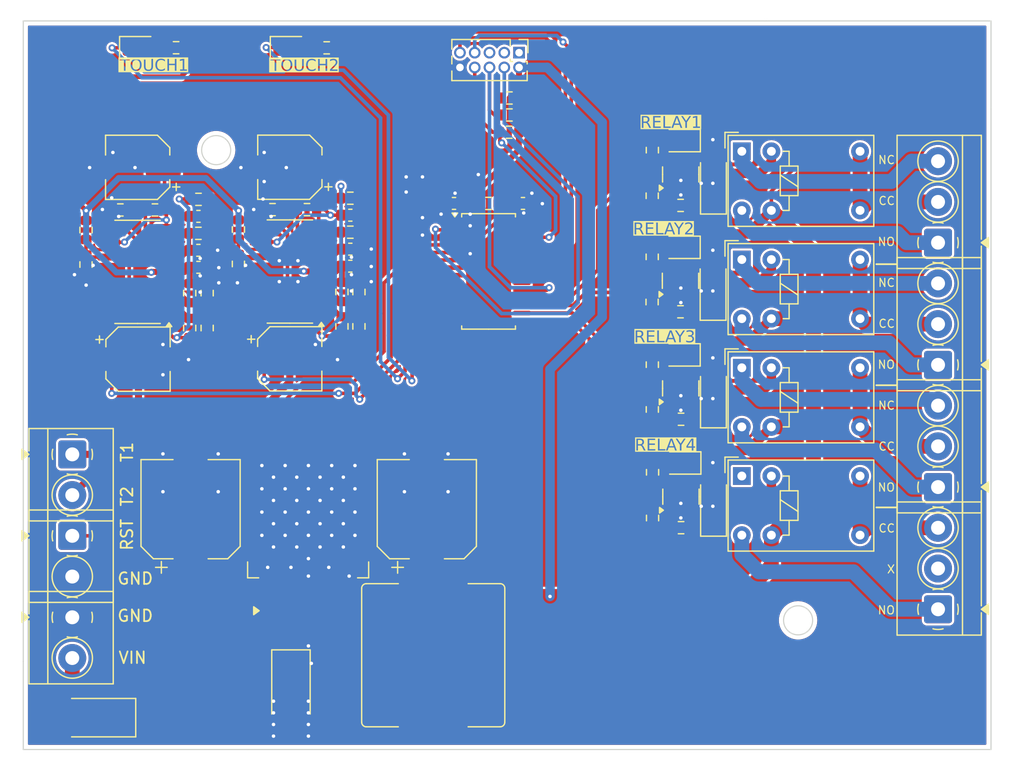
<source format=kicad_pcb>
(kicad_pcb (version 20240108) (generator "pcbnew") (generator_version "8.0")
  (layers (0 "F.Cu" signal) (31 "B.Cu" signal) (34 "B.Paste" user) (35 "F.Paste" user) (36 "B.SilkS" user "B.Silkscreen") (37 "F.SilkS" user "F.Silkscreen") (38 "B.Mask" user) (39 "F.Mask" user) (44 "Edge.Cuts" user))
  (net 0 "")
  (net 1 "Net-(C1-Pad2)")
  (net 2 "Net-(U1C--)")
  (net 3 "Net-(U1B-+)")
  (net 4 "GND")
  (net 5 "+5V")
  (net 6 "Net-(C7-Pad2)")
  (net 7 "Net-(U2C--)")
  (net 8 "Net-(U2B-+)")
  (net 9 "+24V")
  (net 10 "Net-(D1-K)")
  (net 11 "Net-(D2-A)")
  (net 12 "/RESET")
  (net 13 "/ICE_DAT")
  (net 14 "/MS51xTXD")
  (net 17 "/MS51xRXD")
  (net 18 "/ICE_CLK")
  (net 20 "/TOUCH1")
  (net 21 "/TOUCH2")
  (net 22 "/RESET-BTN")
  (net 23 "Net-(Q1-B)")
  (net 24 "Net-(R1-Pad2)")
  (net 25 "/TOUCHIN2")
  (net 26 "Net-(U1A-+)")
  (net 27 "Net-(U1B--)")
  (net 28 "Net-(U1C-+)")
  (net 29 "Net-(U2A-+)")
  (net 30 "Net-(R13-Pad2)")
  (net 31 "/TOUCHIN1")
  (net 32 "Net-(U2B--)")
  (net 33 "Net-(U2C-+)")
  (net 34 "Net-(D3-A)")
  (net 47 "Net-(D4-A)")
  (net 48 "Net-(J2-Pin_2)")
  (net 49 "Net-(J2-Pin_1)")
  (net 50 "Net-(J2-Pin_3)")
  (net 51 "Net-(J3-Pin_3)")
  (net 52 "Net-(J3-Pin_1)")
  (net 53 "Net-(J3-Pin_2)")
  (net 54 "Net-(J4-Pin_1)")
  (net 55 "Net-(J4-Pin_2)")
  (net 56 "Net-(J4-Pin_3)")
  (net 57 "Net-(J5-Pin_3)")
  (net 58 "Net-(J5-Pin_1)")
  (net 61 "Net-(Q2-B)")
  (net 62 "Net-(Q3-B)")
  (net 63 "Net-(Q4-B)")
  (net 64 "/RELAY1")
  (net 65 "/RELAY2")
  (net 66 "/RELAY3")
  (net 67 "/RELAY4")
  (net 68 "Net-(D6-A)")
  (net 69 "Net-(D10-K)")
  (net 70 "Net-(D7-A)")
  (net 71 "Net-(D8-A)")
  (net 72 "Net-(D9-A)")
  (net 73 "Net-(D10-A)")
  (net 74 "Net-(D11-A)")
  (net 75 "Net-(D12-A)")
  (net 76 "/LED1")
  (net 77 "/LED2")
  (footprint "Capacitor_SMD:C_0603_1608Metric" (layer "F.Cu") (at 143.1 87.87)
    (property "Reference" "C6" (hide yes))
    (property "Value" "330nF" (hide yes))
  )
  (footprint "Resistor_SMD:R_0603_1608Metric" (layer "F.Cu") (at 130.8 93.185 -90)
    (property "Reference" "R3" (hide yes))
    (property "Value" "4.7K" (hide yes))
  )
  (footprint "Resistor_SMD:R_0603_1608Metric" (layer "F.Cu") (at 156.77 74.88 180)
    (property "Reference" "R22" (hide yes))
    (property "Value" "100K" (hide yes))
  )
  (footprint "Resistor_SMD:R_0603_1608Metric" (layer "F.Cu") (at 143.1 84.95 180)
    (property "Reference" "R16" (hide yes))
    (property "Value" "47K" (hide yes))
  )
  (footprint "Package_SO:TSSOP-28_4.4x9.7mm_P0.65mm" (layer "F.Cu") (at 154.98 88.32)
    (property "Reference" "U3" (hide yes))
    (property "Value" "MS51EC0AE" (hide yes))
  )
  (footprint "Resistor_SMD:R_0603_1608Metric" (layer "F.Cu") (at 171.48 82.65)
    (property "Reference" "R25" (hide yes))
    (property "Value" "10K" (hide yes))
  )
  (footprint "Capacitor_SMD:CP_Elec_5x5.4" (layer "F.Cu") (at 137.895 95.83)
    (property "Reference" "C10" (hide yes))
    (property "Value" "22uF" (hide yes))
  )
  (footprint "Capacitor_SMD:C_0603_1608Metric" (layer "F.Cu") (at 130.05 87.97)
    (property "Reference" "C5" (hide yes))
    (property "Value" "330nF" (hide yes))
  )
  (footprint "Capacitor_SMD:CP_Elec_8x10" (layer "F.Cu") (at 129.375 108.75 90)
    (property "Reference" "C11" (hide yes))
    (property "Value" "100uF/50V" (hide yes))
  )
  (footprint "Capacitor_SMD:CP_Elec_5x5.3" (layer "F.Cu") (at 124.83 79.38 180)
    (property "Reference" "C3" (hide yes))
    (property "Value" "10uF" (hide yes))
  )
  (footprint "Resistor_SMD:R_0603_1608Metric" (layer "F.Cu") (at 142.38 93.045 -90)
    (property "Reference" "R14" (hide yes))
    (property "Value" "100K" (hide yes))
  )
  (footprint "Resistor_SMD:R_0603_1608Metric" (layer "F.Cu") (at 139.38 83.01 180)
    (property "Reference" "R17" (hide yes))
    (property "Value" "51K" (hide yes))
  )
  (footprint "Capacitor_SMD:C_0603_1608Metric" (layer "F.Cu") (at 130.045 86.51)
    (property "Reference" "C2" (hide yes))
    (property "Value" "220pF" (hide yes))
  )
  (footprint "Resistor_SMD:R_0603_1608Metric" (layer "F.Cu") (at 171.52 101.0225)
    (property "Reference" "R29" (hide yes))
    (property "Value" "10K" (hide yes))
  )
  (footprint "Diode_SMD:D_MiniMELF" (layer "F.Cu") (at 174.3 80.73 90)
    (property "Reference" "D2" (hide yes))
    (property "Value" "LL4148_R1" (hide yes))
  )
  (footprint "Resistor_SMD:R_0603_1608Metric" (layer "F.Cu") (at 120.39 87.73 -90)
    (property "Reference" "R10" (hide yes))
    (property "Value" "12K" (hide yes))
  )
  (footprint "Resistor_SMD:R_0603_1608Metric" (layer "F.Cu") (at 130.8 90.185 90)
    (property "Reference" "R4" (hide yes))
    (property "Value" "100K" (hide yes))
  )
  (footprint "Resistor_SMD:R_0603_1608Metric" (layer "F.Cu") (at 169.07 109.51 90)
    (property "Reference" "R30" (hide yes))
    (property "Value" "220R" (hide yes))
  )
  (footprint "LED_SMD:LED_0805_2012Metric" (layer "F.Cu") (at 124.96 69.1)
    (property "Reference" "D11" (hide yes))
    (property "Value" "RED" (hide yes))
  )
  (footprint "Diode_SMD:D_MiniMELF" (layer "F.Cu") (at 174.27 89.8575 90)
    (property "Reference" "D3" (hide yes))
    (property "Value" "LL4148_R1" (hide yes))
  )
  (footprint "Connector_PinHeader_1.27mm:PinHeader_2x05_P1.27mm_Vertical" (layer "F.Cu") (at 157.6 69.525 -90)
    (property "Reference" "J1" (hide yes))
    (property "Value" "ICE" (hide yes))
  )
  (footprint "Package_TO_SOT_SMD:SOT-23" (layer "F.Cu") (at 171.47 89.1275 90)
    (property "Reference" "Q2" (hide yes))
    (property "Value" "MMBT3904" (hide yes))
  )
  (footprint "Resistor_SMD:R_0603_1608Metric" (layer "F.Cu") (at 156.77 73.42 180)
    (property "Reference" "R23" (hide yes))
    (property "Value" "100K" (hide yes))
  )
  (footprint "Capacitor_SMD:CP_Elec_5x5.4" (layer "F.Cu") (at 124.86 95.86)
    (property "Reference" "C4" (hide yes))
    (property "Value" "22uF" (hide yes))
  )
  (footprint "TerminalBlock_4Ucon:TerminalBlock_4Ucon_1x03_P3.50mm_Horizontal" (layer "F.Cu") (at 193.6 106.85 90)
    (property "Reference" "J4" (hide yes))
    (property "Value" "Relay1" (hide yes))
  )
  (footprint "Resistor_SMD:R_0603_1608Metric" (layer "F.Cu") (at 156.755 76.36)
    (property "Reference" "R21" (hide yes))
    (property "Value" "10K" (hide yes))
  )
  (footprint "Resistor_SMD:R_0603_1608Metric" (layer "F.Cu") (at 133.485 87.68 -90)
    (property "Reference" "R20" (hide yes))
    (property "Value" "12K" (hide yes))
  )
  (footprint "Resistor_SMD:R_0603_1608Metric" (layer "F.Cu") (at 129.3 90.185 90)
    (property "Reference" "R2" (hide yes))
    (property "Value" "100K" (hide yes))
  )
  (footprint "Inductor_SMD:L_Bourns_SRR1210A" (layer "F.Cu") (at 150.225 121.3 90)
    (property "Reference" "L1" (hide yes))
    (property "Value" "100uH" (hide yes))
  )
  (footprint "Resistor_SMD:R_0603_1608Metric" (layer "F.Cu") (at 171.47 91.79)
    (property "Reference" "R27" (hide yes))
    (property "Value" "10K" (hide yes))
  )
  (footprint "Resistor_SMD:R_0603_1608Metric" (layer "F.Cu") (at 169.05 96.3325 90)
    (property "Reference" "R35" (hide yes))
    (property "Value" "1K" (hide yes))
  )
  (footprint "Capacitor_SMD:C_0603_1608Metric" (layer "F.Cu") (at 143.1 86.41)
    (property "Reference" "C8" (hide yes))
    (property "Value" "220pF" (hide yes))
  )
  (footprint "Resistor_SMD:R_0603_1608Metric" (layer "F.Cu") (at 126.315 83.04 180)
    (property "Reference" "R7" (hide yes))
    (property "Value" "51K" (hide yes))
  )
  (footprint "LED_SMD:LED_0805_2012Metric" (layer "F.Cu") (at 171.4925 77.08 180)
    (property "Reference" "D7" (hide yes))
    (property "Value" "RED" (hide yes))
  )
  (footprint "Resistor_SMD:R_0603_1608Metric" (layer "F.Cu") (at 169.07 105.58 90)
    (property "Reference" "R36" (hide yes))
    (property "Value" "1K" (hide yes))
  )
  (footprint "Package_TO_SOT_SMD:SOT-23" (layer "F.Cu") (at 171.49 79.99 90)
    (property "Reference" "Q1" (hide yes))
    (property "Value" "MMBT3904" (hide yes))
  )
  (footprint "Package_TO_SOT_SMD:SOT-23" (layer "F.Cu") (at 171.49 98.37 90)
    (property "Reference" "Q3" (hide yes))
    (property "Value" "MMBT3904" (hide yes))
  )
  (footprint "Relay_THT:Relay_SPDT_HsinDa_Y14" (layer "F.Cu") (at 176.74 105.9018)
    (property "Reference" "K4" (hide yes))
    (property "Value" "TR5V-L-S-Z/05VDC" (hide yes))
  )
  (footprint "Resistor_SMD:R_0603_1608Metric" (layer "F.Cu") (at 154.97 82.48)
    (property "Reference" "R32" (hide yes))
    (property "Value" "10K" (hide yes))
  )
  (footprint "Resistor_SMD:R_0603_1608Metric" (layer "F.Cu") (at 169.05 100.1825 90)
    (property "Reference" "R28" (hide yes))
    (property "Value" "220R" (hide yes))
  )
  (footprint "Resistor_SMD:R_0603_1608Metric" (layer "F.Cu") (at 169.04 81.82 90)
    (property "Reference" "R24" (hide yes))
    (property "Value" "220R" (hide yes))
  )
  (footprint "Resistor_SMD:R_0603_1608Metric" (layer "F.Cu") (at 141.07 69.11 180)
    (property "Reference" "R38" (hide yes))
    (property "Value" "1K" (hide yes))
  )
  (footprint "Resistor_SMD:R_0603_1608Metric" (layer "F.Cu") (at 133.485 84.72 90)
    (property "Reference" "R19" (hide yes))
    (property "Value" "4.7K" (hide yes))
  )
  (footprint "Resistor_SMD:R_0603_1608Metric" (layer "F.Cu") (at 130.045 85.05 180)
    (property "Reference" "R6" (hide yes))
    (property "Value" "47K" (hide yes))
  )
  (footprint "Capacitor_SMD:C_0603_1608Metric" (layer "F.Cu") (at 152.01 82.48 180)
    (property "Reference" "C13" (hide yes))
    (property "Value" "0.1uF" (hide yes))
  )
  (footprint "Capacitor_SMD:C_0603_1608Metric" (layer "F.Cu") (at 143.1 83.49)
    (property "Reference" "C7" (hide yes))
    (property "Value" "220pF" (hide yes))
  )
  (footprint "Package_SO:SO-14_3.9x8.65mm_P1.27mm" (layer "F.Cu") (at 137.91 88.33 180)
    (property "Reference" "U2" (hide yes))
    (property "Value" "LM324" (hide yes))
  )
  (footprint "Capacitor_SMD:C_0603_1608Metric" (layer "F.Cu") (at 157.935 82.48 180)
    (property "Reference" "C14" (hide yes))
    (property "Value" "0.1uF" (hide yes))
  )
  (footprint "Package_TO_SOT_SMD:TO-263-5_TabPin3" (layer "F.Cu") (at 139.475 109.825 90)
    (property "Reference" "U4" (hide yes))
    (property "Value" "LM2596S-5" (hide yes))
  )
  (footprint "Resistor_SMD:R_0603_1608Metric" (layer "F.Cu") (at 143.1 82.03)
    (property "Reference" "R15" (hide yes))
    (property "Value" "47K" (hide yes))
  )
  (footprint "Resistor_SMD:R_0603_1608Metric" (layer "F.Cu") (at 143.84 93.045 -90)
    (property "Reference" "R13" (hide yes))
    (property "Value" "4.7K" (hide yes))
  )
  (footprint "TerminalBlock_4Ucon:TerminalBlock_4Ucon_1x03_P3.50mm_Horizontal" (layer "F.Cu") (at 193.6 117.35 90)
    (property "Reference" "J5" (hide yes))
    (property "Value" "Relay1" (hide yes))
  )
  (footprint "Resistor_SMD:R_0603_1608Metric" (layer "F.Cu") (at 128.13 69.1 180)
    (property "Reference" "R37" (hide yes))
    (property "Value" "1K" (hide yes))
  )
  (footprint "Resistor_SMD:R_0603_1608Metric" (layer "F.Cu") (at 142.38 90.085 90)
    (property "Reference" "R12" (hide yes))
    (property "Value" "100K" (hide yes))
  )
  (footprint "LED_SMD:LED_0805_2012Metric" (layer "F.Cu") (at 171.48 86.25 180)
    (property "Reference" "D8" (hide yes))
    (property "Value" "RED" (hide yes))
  )
  (footprint "TerminalBlock_4Ucon:TerminalBlock_4Ucon_1x02_P3.50mm_Horizontal" (layer "F.Cu") (at 119.21 118.04 -90)
    (property "Reference" "J8" (hide yes))
    (property "Value" "BTN" (hide yes))
  )
  (footprint "LED_SMD:LED_0805_2012Metric" (layer "F.Cu") (at 171.48 95.4925 180)
    (property "Reference" "D9" (hide yes))
    (property "Value" "RED" (hide yes))
  )
  (footprint "Package_TO_SOT_SMD:SOT-23" (layer "F.Cu") (at 171.51 107.6775 90)
    (property "Reference" "Q4" (hide yes))
    (property "Value" "MMBT3904" (hide yes))
  )
  (footprint "Capacitor_SMD:CP_Elec_8x10" (layer "F.Cu") (at 149.675 108.75 90)
    (property "Reference" "C12" (hide yes))
    (property "Value" "220uF/35V" (hide yes))
  )
  (footprint "Resistor_SMD:R_0603_1608Metric" (layer "F.Cu") (at 169.03 90.95 90)
    (property "Reference" "R26" (hide yes))
    (property "Value" "220R" (hide yes))
  )
  (footprint "Package_SO:SO-14_3.9x8.65mm_P1.27mm" (layer "F.Cu") (at 124.82 88.36 180)
    (property "Reference" "U1" (hide yes))
    (property "Value" "LM324" (hide yes))
  )
  (footprint "TerminalBlock_4Ucon:TerminalBlock_4Ucon_1x03_P3.50mm_Horizontal" (layer "F.Cu") (at 193.6 85.85 90)
    (property "Reference" "J2" (hide yes))
    (property "Value" "Relay1" (hide yes))
  )
  (footprint "TerminalBlock_4Ucon:TerminalBlock_4Ucon_1x02_P3.50mm_Horizontal" (layer "F.Cu") (at 119.21 111.04 -90)
    (property "Reference" "J6" (hide yes))
    (property "Value" "BTN" (hide yes))
  )
  (footprint "Capacitor_SMD:C_0603_1608Metric" (layer "F.Cu") (at 130.05 83.59)
    (property "Reference" "C1" (hide yes))
    (property "Value" "220pF" (hide yes))
  )
  (footprint "Resistor_SMD:R_0603_1608Metric" (layer "F.Cu") (at 169.04 87.07 90)
    (property "Reference" "R34" (hide yes))
    (property "Value" "1K" (hide yes))
  )
  (footprint "Resistor_SMD:R_0603_1608Metric" (layer "F.Cu") (at 136.415 83.01)
    (property "Reference" "R18" (hide yes))
    (property "Value" "47K" (hide yes))
  )
  (footprint "Diode_SMD:D_MiniMELF" (layer "F.Cu") (at 174.3 99.1 90)
    (property "Reference" "D4" (hide yes))
    (property "Value" "LL4148_R1" (hide yes))
  )
  (footprint "LED_SMD:LED_0805_2012Metric" (layer "F.Cu") (at 171.54 104.78 180)
    (property "Reference" "D10" (hide yes))
    (property "Value" "RED" (hide yes))
  )
  (footprint "TerminalBlock_4Ucon:TerminalBlock_4Ucon_1x02_P3.50mm_Horizontal" (layer "F.Cu") (at 119.21 104.04 -90)
    (property "Reference" "J7" (hide yes))
    (property "Value" "BTN" (hide yes))
  )
  (footprint "Diode_SMD:D_SMA" (layer "F.Cu") (at 121.1525 126.665 180)
    (property "Reference" "D6" (hide yes))
    (property "Value" "SS36" (hide yes))
  )
  (footprint "Resistor_SMD:R_0603_1608Metric" (layer "F.Cu") (at 123.34 83.04)
    (property "Reference" "R8" (hide yes))
    (property "Value" "47K" (hide yes))
  )
  (footprint "Relay_THT:Relay_SPDT_HsinDa_Y14" (layer "F.Cu") (at 176.74 96.6012)
    (property "Reference" "K3" (hide yes))
    (property "Value" "TR5V-L-S-Z/05VDC" (hide yes))
  )
  (footprint "Diode_SMD:D_MiniMELF" (layer "F.Cu") (at 174.31 108.41 90)
    (property "Reference" "D5" (hide yes))
    (property "Value" "LL4148_R1" (hide yes))
  )
  (footprint "Diode_SMD:D_SMA" (layer "F.Cu") (at 138 124.35 -90)
    (property "Reference" "D1" (hide yes))
    (property "Value" "SS36" (hide yes))
  )
  (footprint "Resistor_SMD:R_0603_1608Metric" (layer "F.Cu") (at 129.3 93.185 -90)
    (property "Reference" "R1" (hide yes))
    (property "Value" "100K" (hide yes))
  )
  (footprint "Resistor_SMD:R_0603_1608Metric" (layer "F.Cu") (at 130.055 82.13)
    (property "Reference" "R5" (hide yes))
    (property "Value" "47K" (hide yes))
  )
  (footprint "Resistor_SMD:R_0603_1608Metric" (layer "F.Cu") (at 169.0525 77.9 90)
    (property "Reference" "R33" (hide yes))
    (property "Value" "1K" (hide yes))
  )
  (footprint "LED_SMD:LED_0805_2012Metric" (layer "F.Cu") (at 137.91 69.1)
    (property "Reference" "D12" (hide yes))
    (property "Value" "RED" (hide yes))
  )
  (footprint "TerminalBlock_4Ucon:TerminalBlock_4Ucon_1x03_P3.50mm_Horizontal" (layer "F.Cu") (at 193.6 96.35 90)
    (property "Reference" "J3" (hide yes))
    (property "Value" "Relay1" (hide yes))
  )
  (footprint "Relay_THT:Relay_SPDT_HsinDa_Y14" (layer "F.Cu") (at 176.74 78)
    (property "Reference" "K1" (hide yes))
    (property "Value" "TR5V-L-S-Z/05VDC" (hide yes))
  )
  (footprint "Capacitor_SMD:CP_Elec_5x5.3" (layer "F.Cu") (at 137.905 79.37 180)
    (property "Reference" "C9" (hide yes))
    (property "Value" "10uF" (hide yes))
  )
  (footprint "Resistor_SMD:R_0603_1608Metric" (layer "F.Cu") (at 120.39 84.765 90)
    (property "Reference" "R9" (hide yes))
    (property "Value" "4.7K" (hide yes))
  )
  (footprint "Resistor_SMD:R_0603_1608Metric" (layer "F.Cu") (at 143.84 90.09 90)
    (property "Reference" "R11" (hide yes))
    (property "Value" "100K" (hide yes))
  )
  (footprint "Relay_THT:Relay_SPDT_HsinDa_Y14" (layer "F.Cu") (at 176.74 87.3006)
    (property "Reference" "K2" (hide yes))
    (property "Value" "TR5V-L-S-Z/05VDC" (hide yes))
  )
  (footprint "Resistor_SMD:R_0603_1608Metric" (layer "F.Cu") (at 171.52 110.34)
    (property "Reference" "R31" (hide yes))
    (property "Value" "10K" (hide yes))
  )
  (gr_line (start 190 87.7) (end 188.3 87.7) (stroke (width 0.15)) (layer "F.SilkS"))
  (gr_line (start 190 108.6) (end 188.3 108.6) (stroke (width 0.15)) (layer "F.SilkS"))
  (gr_line (start 190 98.1) (end 188.3 98.1) (stroke (width 0.15)) (layer "F.SilkS"))
  (gr_line (start 115 129.4) (end 115 121.85) (stroke (width 0.1)) (layer "Edge.Cuts"))
  (gr_line (start 198.15 74.35) (end 198.15 129.4) (stroke (width 0.1)) (layer "Edge.Cuts"))
  (gr_line (start 134.3 129.4) (end 115 129.4) (stroke (width 0.1)) (layer "Edge.Cuts"))
  (gr_line (start 115 121.85) (end 115 66.8) (stroke (width 0.1)) (layer "Edge.Cuts"))
  (gr_line (start 198.15 129.4) (end 134.3 129.4) (stroke (width 0.1)) (layer "Edge.Cuts"))
  (gr_circle (center 181.575 118.3) (end 182.825 118.3) (stroke (width 0.1)) (fill none) (layer "Edge.Cuts"))
  (gr_circle (center 131.575 77.9) (end 132.825 77.9) (stroke (width 0.1)) (fill none) (layer "Edge.Cuts"))
  (gr_line (start 178.85 66.8) (end 198.15 66.8) (stroke (width 0.1)) (layer "Edge.Cuts"))
  (gr_line (start 115 66.8) (end 178.85 66.8) (stroke (width 0.1)) (layer "Edge.Cuts"))
  (gr_line (start 198.15 66.8) (end 198.15 74.35) (stroke (width 0.1)) (layer "Edge.Cuts"))
  (gr_text "GND" (at 123 115.3 0) (layer "F.SilkS") (effects (font (size 1 1)) (justify left bottom)))
  (gr_text "CC" (at 188.423333 82.667272 0) (layer "F.SilkS") (effects (font (size 0.7 0.7) (thickness 0.1)) (justify left bottom)))
  (gr_text "T2" (at 124.5 108.6 90) (layer "F.SilkS") (effects (font (size 1 1)) (justify left bottom)))
  (gr_text "RELAY3\n" (at 167.48 94.58 0) (layer "F.SilkS" knockout) (effects (font (size 1 1) (thickness 0.125)) (justify left bottom)))
  (gr_text "RELAY1" (at 168.01 76.16 0) (layer "F.SilkS" knockout) (effects (font (size 1 1) (thickness 0.125)) (justify left bottom)))
  (gr_text "NC" (at 188.39 79.15 0) (layer "F.SilkS") (effects (font (size 0.7 0.7) (thickness 0.1)) (justify left bottom)))
  (gr_text "CC" (at 188.423333 93.219088 0) (layer "F.SilkS") (effects (font (size 0.7 0.7) (thickness 0.1)) (justify left bottom)))
  (gr_text "TOUCH1" (at 123.29 71.25 0) (layer "F.SilkS" knockout) (effects (font (size 1 1) (thickness 0.125)) (justify left bottom)))
  (gr_text "T1" (at 124.5 104.8 90) (layer "F.SilkS") (effects (font (size 1 1)) (justify left bottom)))
  (gr_text "NO" (at 188.356667 86.184544 0) (layer "F.SilkS") (effects (font (size 0.7 0.7) (thickness 0.1)) (justify left bottom)))
  (gr_text "NC" (at 188.39 100.253632 0) (layer "F.SilkS") (effects (font (size 0.7 0.7) (thickness 0.1)) (justify left bottom)))
  (gr_text "NO" (at 188.356667 117.84 0) (layer "F.SilkS") (effects (font (size 0.7 0.7) (thickness 0.1)) (justify left bottom)))
  (gr_text "RELAY2" (at 167.39 85.31 0) (layer "F.SilkS" knockout) (effects (font (size 1 1) (thickness 0.125)) (justify left bottom)))
  (gr_text "NC" (at 188.39 89.701816 0) (layer "F.SilkS") (effects (font (size 0.7 0.7) (thickness 0.1)) (justify left bottom)))
  (gr_text "RELAY4" (at 167.54 103.88 0) (layer "F.SilkS" knockout) (effects (font (size 1 1) (thickness 0.125)) (justify left bottom)))
  (gr_text "NO" (at 188.356667 96.73636 0) (layer "F.SilkS") (effects (font (size 0.7 0.7) (thickness 0.1)) (justify left bottom)))
  (gr_text "X" (at 189.156666 114.32272 0) (layer "F.SilkS") (effects (font (size 0.7 0.7) (thickness 0.1)) (justify left bottom)))
  (gr_text "NO" (at 188.356667 107.288176 0) (layer "F.SilkS") (effects (font (size 0.7 0.7) (thickness 0.1)) (justify left bottom)))
  (gr_text "GND" (at 123 118.5 0) (layer "F.SilkS") (effects (font (size 1 1)) (justify left bottom)))
  (gr_text "CC" (at 188.423333 103.770904 0) (layer "F.SilkS") (effects (font (size 0.7 0.7) (thickness 0.1)) (justify left bottom)))
  (gr_text "RST" (at 124.5 112.4 90) (layer "F.SilkS") (effects (font (size 1 1)) (justify left bottom)))
  (gr_text "TOUCH2" (at 136.24 71.26 0) (layer "F.SilkS" knockout) (effects (font (size 1 1) (thickness 0.125)) (justify left bottom)))
  (gr_text "VIN" (at 123.1 122.1 0) (layer "F.SilkS") (effects (font (size 1 1)) (justify left bottom)))
  (gr_text "CC" (at 188.423333 110.805448 0) (layer "F.SilkS") (effects (font (size 0.7 0.7) (thickness 0.1)) (justify left bottom)))
  (segment (start 130.87 85.05) (end 130.87 83.635) (width 0.3048) (layer "F.Cu") (net 1))
  (segment (start 130.825 83.59) (end 130.825 82.185) (width 0.3048) (layer "F.Cu") (net 1))
  (segment (start 130.825 82.185) (end 130.88 82.13) (width 0.3048) (layer "F.Cu") (net 1))
  (segment (start 130.87 83.635) (end 130.825 83.59) (width 0.3048) (layer "F.Cu") (net 1))
  (segment (start 129.275 83.59) (end 128.69 83.59) (width 0.3048) (layer "F.Cu") (net 2))
  (segment (start 128.14 83.04) (end 127.14 83.04) (width 0.3048) (layer "F.Cu") (net 2))
  (segment (start 128.69 83.59) (end 128.14 83.04) (width 0.3048) (layer "F.Cu") (net 2))
  (segment (start 127.14 79.49) (end 127.03 79.38) (width 0.3048) (layer "F.Cu") (net 2))
  (segment (start 122.345 85.82) (end 123.68 85.82) (width 0.3048) (layer "F.Cu") (net 2))
  (segment (start 127.295 84.55) (end 127.295 83.9) (width 0.3048) (layer "F.Cu") (net 2))
  (segment (start 127.295 83.9) (end 127.295 83.195) (width 0.3048) (layer "F.Cu") (net 2))
  (segment (start 127.295 83.195) (end 127.14 83.04) (width 0.3048) (layer "F.Cu") (net 2))
  (segment (start 123.68 85.82) (end 123.7 85.8) (width 0.3048) (layer "F.Cu") (net 2))
  (segment (start 127.14 83.04) (end 127.14 79.49) (width 0.3048) (layer "F.Cu") (net 2))
  (via (at 123.7 85.8) (size 0.6) (drill 0.3) (layers "F.Cu" "B.Cu") (net 2))
  (via (at 127.295 83.9) (size 0.6) (drill 0.3) (layers "F.Cu" "B.Cu") (net 2))
  (segment (start 125.6 83.9) (end 127.295 83.9) (width 0.3048) (layer "B.Cu") (net 2))
  (segment (start 123.7 85.8) (end 125.6 83.9) (width 0.3048) (layer "B.Cu") (net 2))
  (segment (start 128.69 87.09) (end 129.27 86.51) (width 0.3048) (layer "F.Cu") (net 3))
  (segment (start 127.295 87.09) (end 128.69 87.09) (width 0.3048) (layer "F.Cu") (net 3))
  (segment (start 129.27 85.1) (end 129.22 85.05) (width 0.3048) (layer "F.Cu") (net 3))
  (segment (start 129.27 86.51) (end 129.27 85.1) (width 0.3048) (layer "F.Cu") (net 3))
  (via (at 130.2 88.7) (size 0.6) (drill 0.3) (layers "F.Cu" "B.Cu") (net 4))
  (via (at 139.5 120.5) (size 0.6) (drill 0.3) (layers "F.Cu" "B.Cu") (net 4))
  (via (at 149.3 83.7) (size 0.6) (drill 0.3) (layers "F.Cu" "B.Cu") (net 4))
  (via (at 174.25 99.25) (size 0.6) (drill 0.3) (layers "F.Cu" "B.Cu") (net 4))
  (via (at 139.5 128.25) (size 0.6) (drill 0.3) (layers "F.Cu" "B.Cu") (net 4))
  (via (at 171.5 108.25) (size 0.6) (drill 0.3) (layers "F.Cu" "B.Cu") (net 4))
  (via (at 137.5 105) (size 0.6) (drill 0.3) (layers "F.Cu" "B.Cu") (net 4))
  (via (at 135.5 109) (size 0.6) (drill 0.3) (layers "F.Cu" "B.Cu") (net 4))
  (via (at 137.5 111) (size 0.6) (drill 0.3) (layers "F.Cu" "B.Cu") (net 4))
  (via (at 140.5 108) (size 0.6) (drill 0.3) (layers "F.Cu" "B.Cu") (net 4))
  (via (at 137.5 109) (size 0.6) (drill 0.3) (layers "F.Cu" "B.Cu") (net 4))
  (via (at 127 97.2) (size 0.6) (drill 0.3) (layers "F.Cu" "B.Cu") (net 4))
  (via (at 171.5 91) (size 0.6) (drill 0.3) (layers "F.Cu" "B.Cu") (net 4))
  (via (at 139.5 105) (size 0.6) (drill 0.3) (layers "F.Cu" "B.Cu") (net 4))
  (via (at 138.5 112) (size 0.6) (drill 0.3) (layers "F.Cu" "B.Cu") (net 4))
  (via (at 136.5 106) (size 0.6) (drill 0.3) (layers "F.Cu" "B.Cu") (net 4))
  (via (at 153.4 84.4) (size 0.6) (drill 0.3) (layers "F.Cu" "B.Cu") (net 4))
  (via (at 140.5 106) (size 0.6) (drill 0.3) (layers "F.Cu" "B.Cu") (net 4))
  (via (at 142.5 108) (size 0.6) (drill 0.3) (layers "F.Cu" "B.Cu") (net 4))
  (via (at 135.7 78.1) (size 0.6) (drill 0.3) (layers "F.Cu" "B.Cu") (net 4))
  (via (at 158 83.3) (size 0.6) (drill 0.3) (layers "F.Cu" "B.Cu") (net 4))
  (via (at 127 94.6) (size 0.6) (drill 0.3) (layers "F.Cu" "B.Cu") (net 4))
  (via (at 139.5 127.25) (size 0.6) (drill 0.3) (layers "F.Cu" "B.Cu") (net 4))
  (via (at 138 113.75) (size 0.6) (drill 0.3) (layers "F.Cu" "B.Cu") (net 4))
  (via (at 139.5 113) (size 0.6) (drill 0.3) (layers "F.Cu" "B.Cu") (net 4))
  (via (at 131.7 86.5) (size 0.6) (drill 0.3) (layers "F.Cu" "B.Cu") (net 4))
  (via (at 134.8 83) (size 0.6) (drill 0.3) (layers "F.Cu" "B.Cu") (net 4))
  (via (at 136 113.75) (size 0.6) (drill 0.3) (layers "F.Cu" "B.Cu") (net 4))
  (via (at 174.25 95.75) (size 0.6) (drill 0.3) (layers "F.Cu" "B.Cu") (net 4))
  (via (at 133.7 79.4) (size 0.6) (drill 0.3) (layers "F.Cu" "B.Cu") (net 4))
  (via (at 138.5 106) (size 0.6) (drill 0.3) (layers "F.Cu" "B.Cu") (net 4))
  (via (at 143.5 111) (size 0.6) (drill 0.3) (layers "F.Cu" "B.Cu") (net 4))
  (via (at 136.5 127.25) (size 0.6) (drill 0.3) (layers "F.Cu" "B.Cu") (net 4))
  (via (at 142.5 112) (size 0.6) (drill 0.3) (layers "F.Cu" "B.Cu") (net 4))
  (via (at 147.9 80.2) (size 0.6) (drill 0.3) (layers "F.Cu" "B.Cu") (net 4))
  (via (at 135.5 111) (size 0.6) (drill 0.3) (layers "F.Cu" "B.Cu") (net 4))
  (via (at 143.5 109) (size 0.6) (drill 0.3) (layers "F.Cu" "B.Cu") (net 4))
  (via (at 159.6 82.5) (size 0.6) (drill 0.3) (layers "F.Cu" "B.Cu") (net 4))
  (via (at 133.4 89.3) (size 0.6) (drill 0.3) (layers "F.Cu" "B.Cu") (net 4))
  (via (at 154.1 80) (size 0.6) (drill 0.3) (layers "F.Cu" "B.Cu") (net 4))
  (via (at 142.5 106) (size 0.6) (drill 0.3) (layers "F.Cu" "B.Cu") (net 4))
  (via (at 139.5 107) (size 0.6) (drill 0.3) (layers "F.Cu" "B.Cu") (net 4))
  (via (at 135.5 107) (size 0.6) (drill 0.3) (layers "F.Cu" "B.Cu") (net 4))
  (via (at 122.7 78.1) (size 0.6) (drill 0.3) (layers "F.Cu" "B.Cu") (net 4))
  (via (at 149.3 80.2) (size 0.6) (drill 0.3) (layers "F.Cu" "B.Cu") (net 4))
  (via (at 131.8 88) (size 0.6) (drill 0.3) (layers "F.Cu" "B.Cu") (net 4))
  (via (at 143.5 107) (size 0.6) (drill 0.3) (layers "F.Cu" "B.Cu") (net 4))
  (via (at 171.5 80.5) (size 0.6) (drill 0.3) (layers "F.Cu" "B.Cu") (net 4))
  (via (at 173.25 80.75) (size 0.6) (drill 0.3) (layers "F.Cu" "B.Cu") (net 4))
  (via (at 147.75 104) (size 0.6) (drill 0.3) (layers "F.Cu" "B.Cu") (net 4))
  (via (at 173.25 99.25) (size 0.6) (drill 0.3) (layers "F.Cu" "B.Cu") (net 4))
  (via (at 173.25 90) (size 0.6) (drill 0.3) (layers "F.Cu" "B.Cu") (net 4))
  (via (at 153.4 83.4) (size 0.6) (drill 0.3) (layers "F.Cu" "B.Cu") (net 4))
  (via (at 151.5 107.25) (size 0.6) (drill 0.3) (layers "F.Cu" "B.Cu") (net 4))
  (via (at 142.5 110) (size 0.6) (drill 0.3) (layers "F.Cu" "B.Cu") (net 4))
  (via (at 144.9 89.2) (size 0.6) (drill 0.3) (layers "F.Cu" "B.Cu") (net 4))
  (via (at 150.9 83.4) (size 0.6) (drill 0.3) (layers "F.Cu" "B.Cu") (net 4))
  (via (at 138.5 110) (size 0.6) (drill 0.3) (layers "F.Cu" "B.Cu") (net 4))
  (via (at 127 104) (size 0.6) (drill 0.3) (layers "F.Cu" "B.Cu") (net 4))
  (via (at 171.5 99) (size 0.6) (drill 0.3) (layers "F.Cu" "B.Cu") (net 4))
  (via (at 121.8 83) (size 0.6) (drill 0.3) (layers "F.Cu" "B.Cu") (net 4))
  (via (at 152.1 83.4) (size 0.6) (drill 0.3) (layers "F.Cu" "B.Cu") (net 4))
  (via (at 130.2 90.1) (size 0.6) (drill 0.3) (layers "F.Cu" "B.Cu") (net 4))
  (via (at 136.5 110) (size 0.6) (drill 0.3) (layers "F.Cu" "B.Cu") (net 4))
  (via (at 139.5 111) (size 0.6) (drill 0.3) (layers "F.Cu" "B.Cu") (net 4))
  (via (at 137 89.2) (size 0.6) (drill 0.3) (layers "F.Cu" "B.Cu") (net 4))
  (via (at 139.5 125.25) (size 0.6) (drill 0.3) (layers "F.Cu" "B.Cu") (net 4))
  (via (at 142 95.9) (size 0.6) (drill 0.3) (layers "F.Cu" "B.Cu") (net 4))
  (via (at 141.5 105) (size 0.6) (drill 0.3) (layers "F.Cu" "B.Cu") (net 4))
  (via (at 136.5 128.25) (size 0.6) (drill 0.3) (layers "F.Cu" "B.Cu") (net 4))
  (via (at 131.75 104) (size 0.6) (drill 0.3) (layers "F.Cu" "B.Cu") (net 4))
  (via (at 120.4 89.5) (size 0.6) (drill 0.3) (layers "F.Cu" "B.Cu") (net 4))
  (via (at 135.7 80.6) (size 0.6) (drill 0.3) (layers "F.Cu" "B.Cu") (net 4))
  (via (at 174.25 104.75) (size 0.6) (drill 0.3) (layers "F.Cu" "B.Cu") (net 4))
  (via (at 130.2 87.2) (size 0.6) (drill 0.3) (layers "F.Cu" "B.Cu") (net 4))
  (via (at 141.5 107) (size 0.6) (drill 0.3) (layers "F.Cu" "B.Cu") (net 4))
  (via (at 141.25 113.75) (size 0.6) (drill 0.3) (layers "F.Cu" "B.Cu") (net 4))
  (via (at 137.6 79.4) (size 0.6) (drill 0.3) (layers "F.Cu" "B.Cu") (net 4))
  (via (at 131.75 107.25) (size 0.6) (drill 0.3) (layers "F.Cu" "B.Cu") (net 4))
  (via (at 136.5 125.25) (size 0.6) (drill 0.3) (layers "F.Cu" "B.Cu") (net 4))
  (via (at 171.5 100.25) (size 0.6) (drill 0.3) (layers "F.Cu" "B.Cu") (net 4))
  (via (at 141.5 111) (size 0.6) (drill 0.3) (layers "F.Cu" "B.Cu") (net 4))
  (via (at 140.5 112) (size 0.6) (drill 0.3) (layers "F.Cu" "B.Cu") (net 4))
  (via (at 143.2 88.6) (size 0.6) (drill 0.3) (layers "F.Cu" "B.Cu") (net 4))
  (via (at 139.5 109) (size 0.6) (drill 0.3) (layers "F.Cu" "B.Cu") (net 4))
  (via (at 174.25 86.5) (size 0.6) (drill 0.3) (layers "F.Cu" "B.Cu") (net 4))
  (via (at 171.5 81.75) (size 0.6) (drill 0.3) (layers "F.Cu" "B.Cu") (net 4))
  (via (at 135.6 82.1) (size 0.6) (drill 0.3) (layers "F.Cu" "B.Cu") (net 4))
  (via (at 144.9 86.4) (size 0.6) (drill 0.3) (layers "F.Cu" "B.Cu") (net 4))
  (via (at 138.6 89.2) (size 0.6) (drill 0.3) (layers "F.Cu" "B.Cu") (net 4))
  (via (at 151.5 104) (size 0.6) (drill 0.3) (layers "F.Cu" "B.Cu") (net 4))
  (via (at 137 87.4) (size 0.6) (drill 0.3) (layers "F.Cu" "B.Cu") (net 4))
  (via (at 143.5 105) (size 0.6) (drill 0.3) (layers "F.Cu" "B.Cu") (net 4))
  (via (at 171.5 109.5) (size 0.6) (drill 0.3) (layers "F.Cu" "B.Cu") (net 4))
  (via (at 147.9 81.5) (size 0.6) (drill 0.3) (layers "F.Cu" "B.Cu") (net 4))
  (via (at 136.5 108) (size 0.6) (drill 0.3) (layers "F.Cu" "B.Cu") (net 4))
  (via (at 141.5 109) (size 0.6) (drill 0.3) (layers "F.Cu" "B.Cu") (net 4))
  (via (at 143.2 87.1) (size 0.6) (drill 0.3) (layers "F.Cu" "B.Cu") (net 4))
  (via (at 174.25 108.5) (size 0.6) (drill 0.3) (layers "F.Cu" "B.Cu") (net 4))
  (via (at 139.5 126.25) (size 0.6) (drill 0.3) (layers "F.Cu" "B.Cu") (net 4))
  (via (at 123.2 83.6) (size 0.6) (drill 0.3) (layers "F.Cu" "B.Cu") (net 4))
  (via (at 127 107.25) (size 0.6) (drill 0.3) (layers "F.Cu" "B.Cu") (net 4))
  (via (at 131.8 89.3) (size 0.6) (drill 0.3) (layers "F.Cu" "B.Cu") (net 4))
  (via (at 136.3 83.6) (size 0.6) (drill 0.3) (layers "F.Cu" "B.Cu") (net 4))
  (via (at 174.25 80.75) (size 0.6) (drill 0.3) (layers "F.Cu" "B.Cu") (net 4))
  (via (at 129.2 95.9) (size 0.6) (drill 0.3) (layers "F.Cu" "B.Cu") (net 4))
  (via (at 135.5 105) (size 0.6) (drill 0.3) (layers "F.Cu" "B.Cu") (net 4))
  (via (at 152.1 81.6) (size 0.6) (drill 0.3) (layers "F.Cu" "B.Cu") (net 4))
  (via (at 171.5 89.75) (size 0.6) (drill 0.3) (layers "F.Cu" "B.Cu") (net 4))
  (via (at 134.1 87.8) (size 0.6) (drill 0.3) (layers "F.Cu" "B.Cu") (net 4))
  (via (at 149.3 85.2) (size 0.6) (drill 0.3) (layers "F.Cu" "B.Cu") (net 4))
  (via (at 147.75 107.25) (size 0.6) (drill 0.3) (layers "F.Cu" "B.Cu") (net 4))
  (via (at 144.9 87.9) (size 0.6) (drill 0.3) (layers "F.Cu" "B.Cu") (net 4))
  (via (at 136.5 112) (size 0.6) (drill 0.3) (layers "F.Cu" "B.Cu") (net 4))
  (via (at 173.25 108.5) (size 0.6) (drill 0.3) (layers "F.Cu" "B.Cu") (net 4))
  (via (at 119.4 88.6) (size 0.6) (drill 0.3) (layers "F.Cu" "B.Cu") (net 4))
  (via (at 143 114.5) (size 0.6) (drill 0.3) (layers "F.Cu" "B.Cu") (net 4))
  (via (at 136.5 126.25) (size 0.6) (drill 0.3) (layers "F.Cu" "B.Cu") (net 4))
  (via (at 139.75 122) (size 0.6) (drill 0.3) (layers "F.Cu" "B.Cu") (net 4))
  (via (at 124.6 79.4) (size 0.6) (drill 0.3) (layers "F.Cu" "B.Cu") (net 4))
  (via (at 140.1 94.6) (size 0.6) (drill 0.3) (layers "F.Cu" "B.Cu") (net 4))
  (via (at 122.6 82) (size 0.6) (drill 0.3) (layers "F.Cu" "B.Cu") (net 4))
  (via (at 137.5 107) (size 0.6) (drill 0.3) (layers "F.Cu" "B.Cu") (net 4))
  (via (at 138.5 108) (size 0.6) (drill 0.3) (layers "F.Cu" "B.Cu") (net 4))
  (via (at 120.7 79.4) (size 0.6) (drill 0.3) (layers "F.Cu" "B.Cu") (net 4))
  (via (at 138.6 87.4) (size 0.6) (drill 0.3) (layers "F.Cu" "B.Cu") (net 4))
  (via (at 121 87.8) (size 0.6) (drill 0.3) (layers "F.Cu" "B.Cu") (net 4))
  (via (at 174.25 90) (size 0.6) (drill 0.3) (layers "F.Cu" "B.Cu") (net 4))
  (via (at 174.25 77) (size 0.6) (drill 0.3) (layers "F.Cu" "B.Cu") (net 4))
  (via (at 153.4 86.8) (size 0.6) (drill 0.3) (layers "F.Cu" "B.Cu") (net 4))
  (via (at 139.5 114.5) (size 0.6) (drill 0.3) (layers "F.Cu" "B.Cu") (net 4))
  (via (at 158.7 81.6) (size 0.6) (drill 0.3) (layers "F.Cu" "B.Cu") (net 4))
  (via (at 143.2 90) (size 0.6) (drill 0.3) (layers "F.Cu" "B.Cu") (net 4))
  (via (at 140.5 110) (size 0.6) (drill 0.3) (layers "F.Cu" "B.Cu") (net 4))
  (segment (start 181.27 76.33) (end 181.27 79.44) (width 0.3048) (layer "F.Cu") (net 5))
  (segment (start 179.28 101.6812) (end 182.8812 101.6812) (width 1.27) (layer "F.Cu") (net 5))
  (segment (start 168.67 102.5) (end 174.3 102.5) (width 0.3048) (layer "F.Cu") (net 5))
  (segment (start 182.9 86.7) (end 179.28 83.08) (width 1.27) (layer "F.Cu") (net 5))
  (segment (start 150.225 116.25) (end 174.2 116.25) (width 1.27) (layer "F.Cu") (net 5))
  (segment (start 168.415 106.405) (end 167.81 105.8) (width 0.3048) (layer "F.Cu") (net 5))
  (segment (start 141.895 69.11) (end 146.46 69.11) (width 0.4064) (layer "F.Cu") (net 5))
  (segment (start 169.05 97.1575) (end 168.4975 97.1575) (width 0.3048) (layer "F.Cu") (net 5))
  (segment (start 152.1175 85.395) (end 153.475 85.395) (width 0.4064) (layer "F.Cu") (net 5))
  (segment (start 154.145 84.725) (end 154.145 82.48) (width 0.4064) (layer "F.Cu") (net 5))
  (segment (start 167.81 103.36) (end 168.67 102.5) (width 0.3048) (layer "F.Cu") (net 5))
  (segment (start 175.5 103.7) (end 177.2612 103.7) (width 0.8128) (layer "F.Cu") (net 5))
  (segment (start 168.4 75.13) (end 180.07 75.13) (width 0.3048) (layer "F.Cu") (net 5))
  (segment (start 179.28 81.43) (end 179.28 83.08) (width 0.3048) (layer "F.Cu") (net 5))
  (segment (start 120.4 83.1) (end 120.4 83.93) (width 0.508) (layer "F.Cu") (net 5))
  (segment (start 154.145 81.315) (end 154.145 82.48) (width 0.508) (layer "F.Cu") (net 5))
  (segment (start 179.28 92.3806) (end 182.8806 92.3806) (width 1.27) (layer "F.Cu") (net 5))
  (segment (start 152.8032 75.4532) (end 152.8032 82.4618) (width 0.4064) (layer "F.Cu") (net 5))
  (segment (start 140.385 88.33) (end 141.865 88.33) (width 0.508) (layer "F.Cu") (net 5))
  (segment (start 157.6 73.415) (end 157.595 73.42) (width 0.8128) (layer "F.Cu") (net 5))
  (segment (start 182.9 101.7) (end 182.9 92.4) (width 1.27) (layer "F.Cu") (net 5))
  (segment (start 157.595 73.42) (end 157.595 70.8) (width 0.508) (layer "F.Cu") (net 5))
  (segment (start 128.955 69.1) (end 128.955 71.195) (width 0.4064) (layer "F.Cu") (net 5))
  (segment (start 179.28 110.9818) (end 182.9 107.3618) (width 1.27) (layer "F.Cu") (net 5))
  (segment (start 174.3 82.48) (end 174.3 84.2) (width 0.8128) (layer "F.Cu") (net 5))
  (segment (start 134.96 67.88) (end 141.52 67.88) (width 0.4064) (layer "F.Cu") (net 5))
  (segment (start 129.3 89.36) (end 129.3 87.995) (width 0.508) (layer "F.Cu") (net 5))
  (segment (start 167.79 87.46) (end 167.79 85.63) (width 0.3048) (layer "F.Cu") (net 5))
  (segment (start 177.3606 94.3) (end 179.28 92.3806) (width 0.8128) (layer "F.Cu") (net 5))
  (segment (start 146.46 69.11) (end 152.8032 75.4532) (width 0.4064) (layer "F.Cu") (net 5))
  (segment (start 174.3 102.5) (end 175.5 103.7) (width 0.8128) (layer "F.Cu") (net 5))
  (segment (start 182.9 92.4) (end 182.9 86.7) (width 1.27) (layer "F.Cu") (net 5))
  (segment (start 174.3 100.85) (end 174.3 102.5) (width 0.8128) (layer "F.Cu") (net 5))
  (segment (start 180.07 75.13) (end 181.27 76.33) (width 0.3048) (layer "F.Cu") (net 5))
  (segment (start 169.0525 78.725) (end 168.345 78.725) (width 0.3048) (layer "F.Cu") (net 5))
  (segment (start 177.26 85.1) (end 179.28 83.08) (width 0.8128) (layer "F.Cu") (net 5))
  (segment (start 174.27 91.6075) (end 174.27 93.27) (width 0.8128) (layer "F.Cu") (net 5))
  (segment (start 175.3 94.3) (end 177.3606 94.3) (width 0.8128) (layer "F.Cu") (net 5))
  (segment (start 153.475 85.395) (end 154.145 84.725) (width 0.4064) (layer "F.Cu") (net 5))
  (segment (start 128.56 71.59) (end 123.27 71.59) (width 0.4064) (layer "F.Cu") (net 5))
  (segment (start 168.345 78.725) (end 167.84 78.22) (width 0.3048) (layer "F.Cu") (net 5))
  (segment (start 119.22 81.92) (end 120.4 83.1) (width 0.4064) (layer "F.Cu") (net 5))
  (segment (start 169.07 106.405) (end 168.415 106.405) (width 0.3048) (layer "F.Cu") (net 5))
  (segment (start 142.38 89.26) (end 142.38 87.925) (width 0.508) (layer "F.Cu") (net 5))
  (segment (start 179.28 113.62) (end 179.28 110.9818) (width 1.27) (layer "F.Cu") (net 5))
  (segment (start 177.2612 103.7) (end 179.28 101.6812) (width 0.8128) (layer "F.Cu") (net 5))
  (segment (start 167.79 85.63) (end 169.22 84.2) (width 0.3048) (layer "F.Cu") (net 5))
  (segment (start 168.4975 97.1575) (end 167.81 96.47) (width 0.3048) (layer "F.Cu") (net 5))
  (segment (start 167.81 105.8) (end 167.81 103.36) (width 0.3048) (layer "F.Cu") (net 5))
  (segment (start 126.04 88.36) (end 126 88.4) (width 0.508) (layer "F.Cu") (net 5))
  (segment (start 139.13 88.33) (end 139.1 88.3) (width 0.508) (layer "F.Cu") (net 5))
  (segment (start 119.22 75.64) (end 119.22 81.92) (width 0.4064) (layer "F.Cu") (net 5))
  (segment (start 157.595 74.88) (end 157.595 73.42) (width 0.508) (layer "F.Cu") (net 5))
  (segment (start 174.27 93.27) (end 175.3 94.3) (width 0.8128) (layer "F.Cu") (net 5))
  (segment (start 154.145 81.315) (end 157.58 77.88) (width 0.508) (layer "F.Cu") (net 5))
  (segment (start 127.295 88.36) (end 126.04 88.36) (width 0.508) (layer "F.Cu") (net 5))
  (segment (start 169.06 93.27) (end 174.27 93.27) (width 0.3048) (layer "F.Cu") (net 5))
  (segment (start 176.65 116.25) (end 179.28 113.62) (width 1.27) (layer "F.Cu") (net 5))
  (segment (start 127.295 88.36) (end 128.885 88.36) (width 0.508) (layer "F.Cu") (net 5))
  (segment (start 181.27 79.44) (end 179.28 81.43) (width 0.3048) (layer "F.Cu") (net 5))
  (segment (start 182.8812 101.6812) (end 182.9 101.7) (width 1.27) (layer "F.Cu") (net 5))
  (segment (start 182.9 107.3618) (end 182.9 101.7) (width 1.27) (layer "F.Cu") (net 5))
  (segment (start 142.38 87.925) (end 142.325 87.87) (width 0.508) (layer "F.Cu") (net 5))
  (segment (start 169.04 87.895) (end 168.225 87.895) (width 0.3048) (layer "F.Cu") (net 5))
  (segment (start 120.4 83.93) (end 120.39 83.94) (width 0.508) (layer "F.Cu") (net 5))
  (segment (start 128.955 71.195) (end 128.56 71.59) (width 0.4064) (layer "F.Cu") (net 5))
  (segment (start 167.84 78.22) (end 167.84 75.69) (width 0.3048) (layer "F.Cu") (net 5))
  (segment (start 157.58 74.895) (end 157.595 74.88) (width 0.508) (layer "F.Cu") (net 5))
  (segment (start 128.885 88.36) (end 129.275 87.97) (width 0.508) (layer "F.Cu") (net 5))
  (segment (start 169.22 84.2) (end 174.3 84.2) (width 0.3048) (layer "F.Cu") (net 5))
  (segment (start 140.385 88.33) (end 139.13 88.33) (width 0.508) (layer "F.Cu") (net 5))
  (segment (start 141.895 68.255) (end 141.895 69.11) (width 0.4064) (layer "F.Cu") (net 5))
  (segment (start 133.74 69.1) (end 134.96 67.88) (width 0.4064) (layer "F.Cu") (net 5))
  (segment (start 157.58 76.36) (end 157.58 74.895) (width 0.508) (layer "F.Cu") (net 5))
  (segment (start 141.52 67.88) (end 141.895 68.255) (width 0.4064) (layer "F.Cu") (net 5))
  (segment (start 157.58 77.88) (end 157.58 76.36) (width 0.508) (layer "F.Cu") (net 5))
  (segment (start 123.27 71.59) (end 119.22 75.64) (width 0.4064) (layer "F.Cu") (net 5))
  (segment (start 174.31 110.16) (end 174.31 116.14) (width 0.8128) (layer "F.Cu") (net 5))
  (segment (start 174.2 116.25) (end 176.65 116.25) (width 1.27) (layer "F.Cu") (net 5))
  (segment (start 175.2 85.1) (end 177.26 85.1) (width 0.8128) (layer "F.Cu") (net 5))
  (segment (start 174.3 84.2) (end 175.2 85.1) (width 0.8128) (layer "F.Cu") (net 5))
  (segment (start 167.81 96.47) (end 167.81 94.52) (width 0.3048) (layer "F.Cu") (net 5))
  (segment (start 141.865 88.33) (end 142.325 87.87) (width 0.508) (layer "F.Cu") (net 5))
  (segment (start 154.145 82.48) (end 152.785 82.48) (width 0.508) (layer "F.Cu") (net 5))
  (segment (start 168.225 87.895) (end 167.79 87.46) (width 0.3048) (layer "F.Cu") (net 5))
  (segment (start 129.3 87.995) (end 129.275 87.97) (width 0.508) (layer "F.Cu") (net 5))
  (segment (start 128.955 69.1) (end 133.74 69.1) (width 0.4064) (layer "F.Cu") (net 5))
  (segment (start 133.5 83.88) (end 133.485 83.895) (width 0.508) (layer "F.Cu") (net 5))
  (segment (start 167.84 75.69) (end 168.4 75.13) (width 0.3048) (layer "F.Cu") (net 5))
  (segment (start 152.8032 82.4618) (end 152.785 82.48) (width 0.4064) (layer "F.Cu") (net 5))
  (segment (start 157.595 70.8) (end 157.6 70.795) (width 0.508) (layer "F.Cu") (net 5))
  (segment (start 133.5 83.1) (end 133.5 83.88) (width 0.508) (layer "F.Cu") (net 5))
  (segment (start 182.8806 92.3806) (end 182.9 92.4) (width 1.27) (layer "F.Cu") (net 5))
  (segment (start 167.81 94.52) (end 169.06 93.27) (width 0.3048) (layer "F.Cu") (net 5))
  (segment (start 157.595 76.345) (end 157.58 76.36) (width 0.8128) (layer "F.Cu") (net 5))
  (segment (start 174.31 116.14) (end 174.2 116.25) (width 0.8128) (layer "F.Cu") (net 5))
  (via (at 126 88.4) (size 0.6) (drill 0.3) (layers "F.Cu" "B.Cu") (net 5))
  (via (at 160.26 116.25) (size 0.6) (drill 0.3) (layers "F.Cu" "B.Cu") (net 5))
  (via (at 120.4 83.1) (size 0.6) (drill 0.3) (layers "F.Cu" "B.Cu") (net 5))
  (via (at 133.5 83.1) (size 0.6) (drill 0.3) (layers "F.Cu" "B.Cu") (net 5))
  (via (at 139.1 88.3) (size 0.6) (drill 0.3) (layers "F.Cu" "B.Cu") (net 5))
  (segment (start 133.5 85.6) (end 133.5 83.1) (width 0.508) (layer "B.Cu") (net 5))
  (segment (start 130.7 80.3) (end 123.2 80.3) (width 0.508) (layer "B.Cu") (net 5))
  (segment (start 164.74 92.25) (end 164.74 75.51) (width 0.8128) (layer "B.Cu") (net 5))
  (segment (start 133.5 83.1) (end 130.7 80.3) (width 0.508) (layer "B.Cu") (net 5))
  (segment (start 120.4 85.8) (end 120.4 83.1) (width 0.508) (layer "B.Cu") (net 5))
  (segment (start 123.2 80.3) (end 120.4 83.1) (width 0.508) (layer "B.Cu") (net 5))
  (segment (start 160.26 116.25) (end 160.26 96.73) (width 0.8128) (layer "B.Cu") (net 5))
  (segment (start 123 88.4) (end 120.4 85.8) (width 0.508) (layer "B.Cu") (net 5))
  (segment (start 160.26 96.73) (end 164.74 92.25) (width 0.8128) (layer "B.Cu") (net 5))
  (segment (start 139.1 88.3) (end 136.2 88.3) (width 0.508) (layer "B.Cu") (net 5))
  (segment (start 160.025 70.795) (end 157.6 70.795) (width 0.8128) (layer "B.Cu") (net 5))
  (segment (start 126 88.4) (end 123 88.4) (width 0.508) (layer "B.Cu") (net 5))
  (segment (start 164.74 75.51) (end 160.025 70.795) (width 0.8128) (layer "B.Cu") (net 5))
  (segment (start 136.2 88.3) (end 133.5 85.6) (width 0.508) (layer "B.Cu") (net 5))
  (segment (start 143.925 84.95) (end 143.925 83.54) (width 0.3048) (layer "F.Cu") (net 6))
  (segment (start 143.925 83.54) (end 143.875 83.49) (width 0.3048) (layer "F.Cu") (net 6))
  (segment (start 143.875 82.08) (end 143.925 82.03) (width 0.3048) (layer "F.Cu") (net 6))
  (segment (start 143.875 83.49) (end 143.875 82.08) (width 0.3048) (layer "F.Cu") (net 6))
  (segment (start 140.385 83.19) (end 140.205 83.01) (width 0.3048) (layer "F.Cu") (net 7))
  (segment (start 135.435 85.79) (end 136.79 85.79) (width 0.3048) (layer "F.Cu") (net 7))
  (segment (start 136.79 85.79) (end 136.8 85.8) (width 0.3048) (layer "F.Cu") (net 7))
  (segment (start 141.39 83.49) (end 142.325 83.49) (width 0.3048) (layer "F.Cu") (net 7))
  (segment (start 140.205 83.01) (end 140.91 83.01) (width 0.3048) (layer "F.Cu") (net 7))
  (segment (start 140.205 83.01) (end 140.205 79.47) (width 0.3048) (layer "F.Cu") (net 7))
  (segment (start 140.385 84.52) (end 140.385 83.19) (width 0.3048) (layer "F.Cu") (net 7))
  (segment (start 140.91 83.01) (end 141.39 83.49) (width 0.3048) (layer "F.Cu") (net 7))
  (segment (start 140.205 79.47) (end 140.105 79.37) (width 0.3048) (layer "F.Cu") (net 7))
  (via (at 141.39 83.49) (size 0.6) (drill 0.3) (layers "F.Cu" "B.Cu") (net 7))
  (via (at 136.8 85.8) (size 0.6) (drill 0.3) (layers "F.Cu" "B.Cu") (net 7))
  (segment (start 136.8 85.8) (end 139.11 83.49) (width 0.3048) (layer "B.Cu") (net 7))
  (segment (start 139.11 83.49) (end 141.39 83.49) (width 0.3048) (layer "B.Cu") (net 7))
  (segment (start 142.325 85) (end 142.275 84.95) (width 0.3048) (layer "F.Cu") (net 8))
  (segment (start 140.385 87.06) (end 141.675 87.06) (width 0.3048) (layer "F.Cu") (net 8))
  (segment (start 142.325 86.41) (end 142.325 85) (width 0.3048) (layer "F.Cu") (net 8))
  (segment (start 141.675 87.06) (end 142.325 86.41) (width 0.3048) (layer "F.Cu") (net 8))
  (segment (start 137.775 122.325) (end 137.75 122.35) (width 1.27) (layer "F.Cu") (net 10))
  (segment (start 137.775 117.475) (end 137.775 122.325) (width 1.1) (layer "F.Cu") (net 10))
  (segment (start 175.22 79.9) (end 174.3 78.98) (width 0.8128) (layer "F.Cu") (net 11))
  (segment (start 171.49 79.0525) (end 172.49 79.0525) (width 0.508) (layer "F.Cu") (net 11))
  (segment (start 172.43 78.9925) (end 172.49 79.0525) (width 0.508) (layer "F.Cu") (net 11))
  (segment (start 174.2275 79.0525) (end 174.3 78.98) (width 0.508) (layer "F.Cu") (net 11))
  (segment (start 179.28 78.92) (end 178.3 79.9) (width 0.8128) (layer "F.Cu") (net 11))
  (segment (start 172.43 77.08) (end 172.43 78.9925) (width 0.508) (layer "F.Cu") (net 11))
  (segment (start 178.3 79.9) (end 175.22 79.9) (width 0.8128) (layer "F.Cu") (net 11))
  (segment (start 179.28 78) (end 179.28 78.92) (width 0.8128) (layer "F.Cu") (net 11))
  (segment (start 172.49 79.0525) (end 174.2275 79.0525) (width 0.508) (layer "F.Cu") (net 11))
  (segment (start 153.79 74.81) (end 155.34 76.36) (width 0.3048) (layer "F.Cu") (net 12))
  (segment (start 156.105 77.275) (end 155.95 77.12) (width 0.3048) (layer "F.Cu") (net 12))
  (segment (start 155.95 76.38) (end 155.93 76.36) (width 0.3048) (layer "F.Cu") (net 12))
  (segment (start 157.8475 85.39) (end 157.8425 85.395) (width 0.3048) (layer "F.Cu") (net 12))
  (segment (start 160.17 85.39) (end 157.8475 85.39) (width 0.3048) (layer "F.Cu") (net 12))
  (segment (start 155.95 77.12) (end 155.95 76.38) (width 0.3048) (layer "F.Cu") (net 12))
  (segment (start 155.34 76.36) (end 155.93 76.36) (width 0.3048) (layer "F.Cu") (net 12))
  (segment (start 153.79 70.795) (end 153.79 74.81) (width 0.3048) (layer "F.Cu") (net 12))
  (via (at 160.17 85.39) (size 0.6) (drill 0.3) (layers "F.Cu" "B.Cu") (net 12))
  (via (at 156.105 77.275) (size 0.6) (drill 0.3) (layers "F.Cu" "B.Cu") (net 12))
  (segment (start 160.74 81.88) (end 160.74 84.82) (width 0.3048) (layer "B.Cu") (net 12))
  (segment (start 160.74 84.82) (end 160.17 85.39) (width 0.3048) (layer "B.Cu") (net 12))
  (segment (start 156.105 77.275) (end 156.135 77.275) (width 0.3048) (layer "B.Cu") (net 12))
  (segment (start 156.135 77.275) (end 160.74 81.88) (width 0.3048) (layer "B.Cu") (net 12))
  (segment (start 156.33 70.795) (end 156.33 73.035) (width 0.3048) (layer "F.Cu") (net 13))
  (segment (start 152.1125 84.75) (end 152.1175 84.745) (width 0.3048) (layer "F.Cu") (net 13))
  (segment (start 156.33 73.035) (end 155.945 73.42) (width 0.3048) (layer "F.Cu") (net 13))
  (segment (start 150.42 84.69) (end 150.48 84.75) (width 0.3048) (layer "F.Cu") (net 13))
  (segment (start 150.48 84.75) (end 152.1125 84.75) (width 0.3048) (layer "F.Cu") (net 13))
  (via (at 150.42 84.69) (size 0.6) (drill 0.3) (layers "F.Cu" "B.Cu") (net 13))
  (segment (start 150.42 84.69) (end 150.42 86.26) (width 0.3048) (layer "B.Cu") (net 13))
  (segment (start 162.67 91.01) (end 162.67 81.9) (width 0.3048) (layer "B.Cu") (net 13))
  (segment (start 156.33 75.56) (end 156.33 70.795) (width 0.3048) (layer "B.Cu") (net 13))
  (segment (start 156.1 91.94) (end 161.74 91.94) (width 0.3048) (layer "B.Cu") (net 13))
  (segment (start 150.42 86.26) (end 156.1 91.94) (width 0.3048) (layer "B.Cu") (net 13))
  (segment (start 162.67 81.9) (end 156.33 75.56) (width 0.3048) (layer "B.Cu") (net 13))
  (segment (start 161.74 91.94) (end 162.67 91.01) (width 0.3048) (layer "B.Cu") (net 13))
  (segment (start 162.0848 85.749096) (end 160.488896 87.345) (width 0.3048) (layer "F.Cu") (net 14))
  (segment (start 160.488896 87.345) (end 157.8425 87.345) (width 0.3048) (layer "F.Cu") (net 14))
  (segment (start 162.0848 69.3148) (end 161.38 68.61) (width 0.3048) (layer "F.Cu") (net 14))
  (segment (start 162.0848 85.749096) (end 162.0848 69.3148) (width 0.3048) (layer "F.Cu") (net 14))
  (via (at 161.38 68.61) (size 0.6) (drill 0.3) (layers "F.Cu" "B.Cu") (net 14))
  (segment (start 161.38 68.61) (end 160.83 68.06) (width 0.3048) (layer "B.Cu") (net 14))
  (segment (start 153.79 68.44) (end 153.79 69.525) (width 0.3048) (layer "B.Cu") (net 14))
  (segment (start 154.17 68.06) (end 153.79 68.44) (width 0.3048) (layer "B.Cu") (net 14))
  (segment (start 160.83 68.06) (end 154.17 68.06) (width 0.3048) (layer "B.Cu") (net 14))
  (segment (start 152.52 68.67) (end 152.52 69.525) (width 0.3048) (layer "F.Cu") (net 17))
  (segment (start 152.94 68.25) (end 152.52 68.67) (width 0.3048) (layer "F.Cu") (net 17))
  (segment (start 161.58 69.95) (end 159.88 68.25) (width 0.3048) (layer "F.Cu") (net 17))
  (segment (start 157.8425 86.695) (end 160.425 86.695) (width 0.3048) (layer "F.Cu") (net 17))
  (segment (start 160.425 86.695) (end 161.58 85.54) (width 0.3048) (layer "F.Cu") (net 17))
  (segment (start 161.58 85.54) (end 161.58 69.95) (width 0.3048) (layer "F.Cu") (net 17))
  (segment (start 159.88 68.25) (end 152.94 68.25) (width 0.3048) (layer "F.Cu") (net 17))
  (segment (start 155.06 74.46) (end 155.48 74.88) (width 0.3048) (layer "F.Cu") (net 18))
  (segment (start 159.955 89.945) (end 157.8425 89.945) (width 0.3048) (layer "F.Cu") (net 18))
  (segment (start 155.06 70.795) (end 155.06 74.46) (width 0.3048) (layer "F.Cu") (net 18))
  (segment (start 155.48 74.88) (end 155.945 74.88) (width 0.3048) (layer "F.Cu") (net 18))
  (segment (start 160.18 89.72) (end 159.955 89.945) (width 0.3048) (layer "F.Cu") (net 18))
  (via (at 160.18 89.72) (size 0.6) (drill 0.3) (layers "F.Cu" "B.Cu") (net 18))
  (segment (start 155.06 70.795) (end 155.06 87.92) (width 0.3048) (layer "B.Cu") (net 18))
  (segment (start 156.86 89.72) (end 160.18 89.72) (width 0.3048) (layer "B.Cu") (net 18))
  (segment (start 155.06 87.92) (end 156.86 89.72) (width 0.3048) (layer "B.Cu") (net 18))
  (segment (start 122.6 98.8) (end 122.6 95.92) (width 0.3048) (layer "F.Cu") (net 20))
  (segment (start 124.6 86.2) (end 124.1 86.7) (width 0.3048) (layer "F.Cu") (net 20))
  (segment (start 149.605 86.695) (end 152.1175 86.695) (width 0.3048) (layer "F.Cu") (net 20))
  (segment (start 122.66 94.94) (end 122.66 95.86) (width 0.3048) (layer "F.Cu") (net 20))
  (segment (start 142.1 98.8) (end 143.5 98.8) (width 0.3048) (layer "F.Cu") (net 20))
  (segment (start 146.6 95.7) (end 146.6 89.7) (width 0.3048) (layer "F.Cu") (net 20))
  (segment (start 122.6 95.92) (end 122.66 95.86) (width 0.3048) (layer "F.Cu") (net 20))
  (segment (start 122.345 84.55) (end 123.65 84.55) (width 0.3048) (layer "F.Cu") (net 20))
  (segment (start 124.1 93.5) (end 122.66 94.94) (width 0.3048) (layer "F.Cu") (net 20))
  (segment (start 143.5 98.8) (end 146.6 95.7) (width 0.3048) (layer "F.Cu") (net 20))
  (segment (start 124.1 86.7) (end 124.1 93.5) (width 0.3048) (layer "F.Cu") (net 20))
  (segment (start 123.65 84.55) (end 124.6 85.5) (width 0.3048) (layer "F.Cu") (net 20))
  (segment (start 146.6 89.7) (end 149.605 86.695) (width 0.3048) (layer "F.Cu") (net 20))
  (segment (start 124.6 85.5) (end 124.6 86.2) (width 0.3048) (layer "F.Cu") (net 20))
  (via (at 142.1 98.8) (size 0.6) (drill 0.3) (layers "F.Cu" "B.Cu") (net 20))
  (via (at 122.6 98.8) (size 0.6) (drill 0.3) (layers "F.Cu" "B.Cu") (net 20))
  (segment (start 142.1 98.8) (end 122.6 98.8) (width 0.3048) (layer "B.Cu") (net 20))
  (segment (start 137.12 84.52) (end 137.7 85.1) (width 0.3048) (layer "F.Cu") (net 21))
  (segment (start 147.2 96) (end 147.2 89.9) (width 0.3048) (layer "F.Cu") (net 21))
  (segment (start 143.907551 99.292449) (end 147.2 96) (width 0.3048) (layer "F.Cu") (net 21))
  (segment (start 137.7 85.1) (end 137.7 90.4) (width 0.3048) (layer "F.Cu") (net 21))
  (segment (start 135.435 84.52) (end 137.12 84.52) (width 0.3048) (layer "F.Cu") (net 21))
  (segment (start 135.7 95.835) (end 135.695 95.83) (width 0.3048) (layer "F.Cu") (net 21))
  (segment (start 135.7 97.6) (end 135.7 95.835) (width 0.3048) (layer "F.Cu") (net 21))
  (segment (start 137 93.6) (end 135.695 94.905) (width 0.3048) (layer "F.Cu") (net 21))
  (segment (start 137 91.1) (end 137 93.6) (width 0.3048) (layer "F.Cu") (net 21))
  (segment (start 143.907551 99.309439) (end 143.907551 99.292449) (width 0.3048) (layer "F.Cu") (net 21))
  (segment (start 135.695 94.905) (end 135.695 95.83) (width 0.3048) (layer "F.Cu") (net 21))
  (segment (start 149.755 87.345) (end 152.1175 87.345) (width 0.3048) (layer "F.Cu") (net 21))
  (segment (start 147.2 89.9) (end 149.755 87.345) (width 0.3048) (layer "F.Cu") (net 21))
  (segment (start 137.7 90.4) (end 137 91.1) (width 0.3048) (layer "F.Cu") (net 21))
  (via (at 143.907551 99.309439) (size 0.6) (drill 0.3) (layers "F.Cu" "B.Cu") (net 21))
  (via (at 135.7 97.6) (size 0.6) (drill 0.3) (layers "F.Cu" "B.Cu") (net 21))
  (segment (start 143.907551 99.309439) (end 143.6 99.001888) (width 0.3048) (layer "B.Cu") (net 21))
  (segment (start 143.6 98.1) (end 143.1 97.6) (width 0.3048) (layer "B.Cu") (net 21))
  (segment (start 143.6 99.001888) (end 143.6 98.1) (width 0.3048) (layer "B.Cu") (net 21))
  (segment (start 143.1 97.6) (end 135.7 97.6) (width 0.3048) (layer "B.Cu") (net 21))
  (segment (start 149.255 86.045) (end 146 89.3) (width 0.3048) (layer "F.Cu") (net 22))
  (segment (start 122.4 105.7) (end 122.4 109.5) (width 0.3048) (layer "F.Cu") (net 22))
  (segment (start 153.655 86.045) (end 155.795 83.905) (width 0.3048) (layer "F.Cu") (net 22))
  (segment (start 155.795 82.48) (end 157.16 82.48) (width 0.3048) (layer "F.Cu") (net 22))
  (segment (start 155.795 83.905) (end 155.795 82.48) (width 0.3048) (layer "F.Cu") (net 22))
  (segment (start 152.1175 86.045) (end 153.655 86.045) (width 0.3048) (layer "F.Cu") (net 22))
  (segment (start 139.1 97.8) (end 135.9 101) (width 0.3048) (layer "F.Cu") (net 22))
  (segment (start 152.1175 86.045) (end 149.255 86.045) (width 0.3048) (layer "F.Cu") (net 22))
  (segment (start 146 89.3) (end 146 95.2) (width 0.3048) (layer "F.Cu") (net 22))
  (segment (start 120.86 111.04) (end 119.21 111.04) (width 0.3048) (layer "F.Cu") (net 22))
  (segment (start 127.1 101) (end 122.4 105.7) (width 0.3048) (layer "F.Cu") (net 22))
  (segment (start 122.4 109.5) (end 120.86 111.04) (width 0.3048) (layer "F.Cu") (net 22))
  (segment (start 135.9 101) (end 127.1 101) (width 0.3048) (layer "F.Cu") (net 22))
  (segment (start 146 95.2) (end 143.4 97.8) (width 0.3048) (layer "F.Cu") (net 22))
  (segment (start 143.4 97.8) (end 139.1 97.8) (width 0.3048) (layer "F.Cu") (net 22))
  (segment (start 170.54 80.9275) (end 170.54 82.535) (width 0.508) (layer "F.Cu") (net 23))
  (segment (start 169.04 82.645) (end 170.65 82.645) (width 0.508) (layer "F.Cu") (net 23))
  (segment (start 170.65 82.645) (end 170.655 82.65) (width 0.508) (layer "F.Cu") (net 23))
  (segment (start 170.54 82.535) (end 170.655 82.65) (width 0.508) (layer "F.Cu") (net 23))
  (segment (start 127.91 94.01) (end 128.2 94.01) (width 0.3048) (layer "F.Cu") (net 24))
  (segment (start 128.4 82.1) (end 129.2 82.1) (width 0.3048) (layer "F.Cu") (net 24))
  (segment (start 127.295 93.395) (end 127.91 94.01) (width 0.3048) (layer "F.Cu") (net 24))
  (segment (start 129.3 94.01) (end 130.8 94.01) (width 0.3048) (layer "F.Cu") (net 24))
  (segment (start 127.295 92.17) (end 127.295 93.395) (width 0.3048) (layer "F.Cu") (net 24))
  (segment (start 129.2 82.1) (end 129.23 82.13) (width 0.3048) (layer "F.Cu") (net 24))
  (segment (start 128.2 94.01) (end 129.3 94.01) (width 0.3048) (layer "F.Cu") (net 24))
  (via (at 128.4 82.1) (size 0.6) (drill 0.3) (layers "F.Cu" "B.Cu") (net 24))
  (via (at 128.2 94.01) (size 0.6) (drill 0.3) (layers "F.Cu" "B.Cu") (net 24))
  (segment (start 129.2 93.01) (end 128.2 94.01) (width 0.3048) (layer "B.Cu") (net 24))
  (segment (start 128.4 82.1) (end 129.2 82.9) (width 0.3048) (layer "B.Cu") (net 24))
  (segment (start 129.2 82.9) (end 129.2 93.01) (width 0.3048) (layer "B.Cu") (net 24))
  (segment (start 140.385 90.87) (end 141.03 90.87) (width 0.3048) (layer "F.Cu") (net 25))
  (segment (start 126.75 100) (end 135.7 100) (width 0.6096) (layer "F.Cu") (net 25))
  (segment (start 135.7 100) (end 137.9 97.8) (width 0.6096) (layer "F.Cu") (net 25))
  (segment (start 119.21 107.54) (end 126.75 100) (width 0.6096) (layer "F.Cu") (net 25))
  (segment (start 137.9 91.7) (end 138.73 90.87) (width 0.6096) (layer "F.Cu") (net 25))
  (segment (start 141.03 90.87) (end 142.38 92.22) (width 0.3048) (layer "F.Cu") (net 25))
  (segment (start 138.73 90.87) (end 140.385 90.87) (width 0.6096) (layer "F.Cu") (net 25))
  (segment (start 137.9 97.8) (end 137.9 91.7) (width 0.6096) (layer "F.Cu") (net 25))
  (segment (start 130.8 92.36) (end 130.8 91.01) (width 0.3048) (layer "F.Cu") (net 26))
  (segment (start 129.3 91.01) (end 130.8 91.01) (width 0.3048) (layer "F.Cu") (net 26))
  (segment (start 127.92 89.63) (end 129.3 91.01) (width 0.3048) (layer "F.Cu") (net 26))
  (segment (start 127.295 89.63) (end 127.92 89.63) (width 0.3048) (layer "F.Cu") (net 26))
  (segment (start 125.82 85.82) (end 125.49 85.49) (width 0.3048) (layer "F.Cu") (net 27))
  (segment (start 124.165 83.04) (end 125.49 83.04) (width 0.3048) (layer "F.Cu") (net 27))
  (segment (start 127.295 85.82) (end 125.82 85.82) (width 0.3048) (layer "F.Cu") (net 27))
  (segment (start 125.49 85.49) (end 125.49 83.04) (width 0.3048) (layer "F.Cu") (net 27))
  (segment (start 120.575 87.09) (end 120.39 86.905) (width 0.3048) (layer "F.Cu") (net 28))
  (segment (start 122.345 87.09) (end 120.575 87.09) (width 0.3048) (layer "F.Cu") (net 28))
  (segment (start 120.39 85.59) (end 120.39 86.905) (width 0.3048) (layer "F.Cu") (net 28))
  (segment (start 142.38 90.91) (end 143.835 90.91) (width 0.3048) (layer "F.Cu") (net 29))
  (segment (start 141.07 89.6) (end 142.38 90.91) (width 0.3048) (layer "F.Cu") (net 29))
  (segment (start 143.835 90.91) (end 143.84 90.915) (width 0.3048) (layer "F.Cu") (net 29))
  (segment (start 143.84 92.22) (end 143.84 90.915) (width 0.3048) (layer "F.Cu") (net 29))
  (segment (start 140.385 89.6) (end 141.07 89.6) (width 0.3048) (layer "F.Cu") (net 29))
  (segment (start 140.67 93.87) (end 143.84 93.87) (width 0.3048) (layer "F.Cu") (net 30))
  (segment (start 140.385 93.585) (end 140.67 93.87) (width 0.3048) (layer "F.Cu") (net 30))
  (segment (start 140.67 93.87) (end 142.38 93.87) (width 0.3048) (layer "F.Cu") (net 30))
  (segment (start 142.275 82.03) (end 142.275 81.025) (width 0.3048) (layer "F.Cu") (net 30))
  (segment (start 142.275 81.025) (end 142.3 81) (width 0.3048) (layer "F.Cu") (net 30))
  (segment (start 140.385 92.14) (end 140.385 93.585) (width 0.3048) (layer "F.Cu") (net 30))
  (via (at 142.3 81) (size 0.6) (drill 0.3) (layers "F.Cu" "B.Cu") (net 30))
  (via (at 140.67 93.87) (size 0.6) (drill 0.3) (layers "F.Cu" "B.Cu") (net 30))
  (segment (start 142.3 92.24) (end 142.3 81) (width 0.3048) (layer "B.Cu") (net 30))
  (segment (start 140.67 93.87) (end 142.3 92.24) (width 0.3048) (layer "B.Cu") (net 30))
  (segment (start 127.84 90.9) (end 129.3 92.36) (width 0.3048) (layer "F.Cu") (net 31))
  (segment (start 119.21 104.04) (end 121.06 104.04) (width 0.6096) (layer "F.Cu") (net 31))
  (segment (start 124.9 100.2) (end 124.9 91.9) (width 0.6096) (layer "F.Cu") (net 31))
  (segment (start 127.295 90.9) (end 127.84 90.9) (width 0.3048) (layer "F.Cu") (net 31))
  (segment (start 124.9 91.9) (end 125.9 90.9) (width 0.6096) (layer "F.Cu") (net 31))
  (segment (start 125.9 90.9) (end 127.295 90.9) (width 0.6096) (layer "F.Cu") (net 31))
  (segment (start 121.06 104.04) (end 124.9 100.2) (width 0.6096) (layer "F.Cu") (net 31))
  (segment (start 138.99 85.79) (end 140.385 85.79) (width 0.3048) (layer "F.Cu") (net 32))
  (segment (start 138.555 83.01) (end 138.555 85.355) (width 0.3048) (layer "F.Cu") (net 32))
  (segment (start 138.555 85.355) (end 138.99 85.79) (width 0.3048) (layer "F.Cu") (net 32))
  (segment (start 137.24 83.01) (end 138.555 83.01) (width 0.3048) (layer "F.Cu") (net 32))
  (segment (start 133.69 87.06) (end 133.485 86.855) (width 0.3048) (layer "F.Cu") (net 33))
  (segment (start 133.485 86.855) (end 133.485 85.545) (width 0.3048) (layer "F.Cu") (net 33))
  (segment (start 135.435 87.06) (end 133.69 87.06) (width 0.3048) (layer "F.Cu") (net 33))
  (segment (start 171.47 88.19) (end 172.32 88.19) (width 0.508) (layer "F.Cu") (net 34))
  (segment (start 172.32 88.19) (end 174.1875 88.19) (width 0.508) (layer "F.Cu") (net 34))
  (segment (start 174.1875 88.19) (end 174.27 88.1075) (width 0.508) (layer "F.Cu") (net 34))
  (segment (start 178.2 89.3) (end 175.4625 89.3) (width 0.8128) (layer "F.Cu") (net 34))
  (segment (start 179.28 88.22) (end 178.2 89.3) (width 0.8128) (layer "F.Cu") (net 34))
  (segment (start 175.4625 89.3) (end 174.27 88.1075) (width 0.8128) (layer "F.Cu") (net 34))
  (segment (start 172.4175 86.25) (end 172.4175 88.0925) (width 0.508) (layer "F.Cu") (net 34))
  (segment (start 172.4175 88.0925) (end 172.32 88.19) (width 0.508) (layer "F.Cu") (net 34))
  (segment (start 179.28 87.3006) (end 179.28 88.22) (width 0.8128) (layer "F.Cu") (net 34))
  (segment (start 174.2175 97.4325) (end 174.3 97.35) (width 0.508) (layer "F.Cu") (net 47))
  (segment (start 171.49 97.4325) (end 172.4 97.4325) (width 0.508) (layer "F.Cu") (net 47))
  (segment (start 175.45 98.5) (end 174.3 97.35) (width 0.8128) (layer "F.Cu") (net 47))
  (segment (start 178.6 98.5) (end 175.45 98.5) (width 0.8128) (layer "F.Cu") (net 47))
  (segment (start 179.28 96.6012) (end 179.28 97.82) (width 0.8128) (layer "F.Cu") (net 47))
  (segment (start 172.4175 97.415) (end 172.4 97.4325) (width 0.508) (layer "F.Cu") (net 47))
  (segment (start 179.28 97.82) (end 178.6 98.5) (width 0.8128) (layer "F.Cu") (net 47))
  (segment (start 172.4175 95.4925) (end 172.4175 97.415) (width 0.508) (layer "F.Cu") (net 47))
  (segment (start 172.4 97.4325) (end 174.2175 97.4325) (width 0.508) (layer "F.Cu") (net 47))
  (segment (start 186.9 78) (end 186.9 83.08) (width 1.27) (layer "F.Cu") (net 48))
  (segment (start 187.63 82.35) (end 186.9 83.08) (width 1.27) (layer "F.Cu") (net 48))
  (segment (start 193.6 82.35) (end 187.63 82.35) (width 1.27) (layer "F.Cu") (net 48))
  (segment (start 176.74 84.01) (end 177.78 85.05) (width 1.27) (layer "B.Cu") (net 49))
  (segment (start 176.74 83.08) (end 176.74 84.01) (width 1.27) (layer "B.Cu") (net 49))
  (segment (start 190.9 85.85) (end 193.6 85.85) (width 1.27) (layer "B.Cu") (net 49))
  (segment (start 177.78 85.05) (end 190.1 85.05) (width 1.27) (layer "B.Cu") (net 49))
  (segment (start 190.1 85.05) (end 190.9 85.85) (width 1.27) (layer "B.Cu") (net 49))
  (segment (start 191.33 78.85) (end 193.6 78.85) (width 1.27) (layer "B.Cu") (net 50))
  (segment (start 176.74 78) (end 176.74 78.99) (width 1.27) (layer "B.Cu") (net 50))
  (segment (start 189.59 80.59) (end 191.33 78.85) (width 1.27) (layer "B.Cu") (net 50))
  (segment (start 176.74 78.99) (end 178.34 80.59) (width 1.27) (layer "B.Cu") (net 50))
  (segment (start 178.34 80.59) (end 189.59 80.59) (width 1.27) (layer "B.Cu") (net 50))
  (segment (start 176.74 87.94) (end 178.15 89.35) (width 1.27) (layer "B.Cu") (net 51))
  (segment (start 176.74 87.3006) (end 176.74 87.94) (width 1.27) (layer "B.Cu") (net 51))
  (segment (start 178.15 89.35) (end 193.6 89.35) (width 1.27) (layer "B.Cu") (net 51))
  (segment (start 189.37 94.46) (end 191.26 96.35) (width 1.27) (layer "B.Cu") (net 52))
  (segment (start 177.8 94.46) (end 189.37 94.46) (width 1.27) (layer "B.Cu") (net 52))
  (segment (start 191.26 96.35) (end 193.6 96.35) (width 1.27) (layer "B.Cu") (net 52))
  (segment (start 176.74 93.4) (end 177.8 94.46) (width 1.27) (layer "B.Cu") (net 52))
  (segment (start 176.74 92.3806) (end 176.74 93.4) (width 1.27) (layer "B.Cu") (net 52))
  (segment (start 187.3694 92.85) (end 186.9 92.3806) (width 1.27) (layer "F.Cu") (net 53))
  (segment (start 186.9 87.3006) (end 186.9 92.3806) (width 1.27) (layer "F.Cu") (net 53))
  (segment (start 193.6 92.85) (end 187.3694 92.85) (width 1.27) (layer "F.Cu") (net 53))
  (segment (start 177.67 103.66) (end 188.24 103.66) (width 1.27) (layer "B.Cu") (net 54))
  (segment (start 176.74 102.73) (end 177.67 103.66) (width 1.27) (layer "B.Cu") (net 54))
  (segment (start 188.24 103.66) (end 191.43 106.85) (width 1.27) (layer "B.Cu") (net 54))
  (segment (start 176.74 101.6812) (end 176.74 102.73) (width 1.27) (layer "B.Cu") (net 54))
  (segment (start 191.43 106.85) (end 193.6 106.85) (width 1.27) (layer "B.Cu") (net 54))
  (segment (start 193.6 103.35) (end 188.5688 103.35) (width 1.27) (layer "F.Cu") (net 55))
  (segment (start 186.9 96.6012) (end 186.9 101.6812) (width 1.27) (layer "F.Cu") (net 55))
  (segment (start 188.5688 103.35) (end 186.9 101.6812) (width 1.27) (layer "F.Cu") (net 55))
  (segment (start 176.74 97.68) (end 178.38 99.32) (width 1.27) (layer "B.Cu") (net 56))
  (segment (start 193.07 99.32) (end 193.6 99.85) (width 1.27) (layer "B.Cu") (net 56))
  (segment (start 176.74 96.6012) (end 176.74 97.68) (width 1.27) (layer "B.Cu") (net 56))
  (segment (start 178.38 99.32) (end 193.07 99.32) (width 1.27) (layer "B.Cu") (net 56))
  (segment (start 193.6 110.35) (end 187.5318 110.35) (width 1.27) (layer "F.Cu") (net 57))
  (segment (start 186.9 105.9018) (end 186.9 110.9818) (width 1.27) (layer "F.Cu") (net 57))
  (segment (start 187.5318 110.35) (end 186.9 110.9818) (width 1.27) (layer "F.Cu") (net 57))
  (segment (start 189.55 117.35) (end 193.6 117.35) (width 1.27) (layer "B.Cu") (net 58))
  (segment (start 186.33 114.13) (end 189.55 117.35) (width 1.27) (layer "B.Cu") (net 58))
  (segment (start 178.21 114.13) (end 186.33 114.13) (width 1.27) (layer "B.Cu") (net 58))
  (segment (start 176.74 112.66) (end 178.21 114.13) (width 1.27) (layer "B.Cu") (net 58))
  (segment (start 176.74 110.9818) (end 176.74 112.66) (width 1.27) (layer "B.Cu") (net 58))
  (segment (start 169.03 91.775) (end 170.63 91.775) (width 0.508) (layer "F.Cu") (net 61))
  (segment (start 170.52 90.065) (end 170.52 91.665) (width 0.508) (layer "F.Cu") (net 61))
  (segment (start 170.63 91.775) (end 170.645 91.79) (width 0.508) (layer "F.Cu") (net 61))
  (segment (start 170.52 91.665) (end 170.645 91.79) (width 0.508) (layer "F.Cu") (net 61))
  (segment (start 170.54 100.8675) (end 170.695 101.0225) (width 0.508) (layer "F.Cu") (net 62))
  (segment (start 169.05 101.0075) (end 170.68 101.0075) (width 0.508) (layer "F.Cu") (net 62))
  (segment (start 170.54 99.3075) (end 170.54 100.8675) (width 0.508) (layer "F.Cu") (net 62))
  (segment (start 170.68 101.0075) (end 170.695 101.0225) (width 0.508) (layer "F.Cu") (net 62))
  (segment (start 169.07 110.335) (end 170.69 110.335) (width 0.508) (layer "F.Cu") (net 63))
  (segment (start 170.56 110.205) (end 170.695 110.34) (width 0.508) (layer "F.Cu") (net 63))
  (segment (start 170.69 110.335) (end 170.695 110.34) (width 0.508) (layer "F.Cu") (net 63))
  (segment (start 170.56 108.615) (end 170.56 110.205) (width 0.508) (layer "F.Cu") (net 63))
  (segment (start 161.965 90.595) (end 164.36 88.2) (width 0.3048) (layer "F.Cu") (net 64))
  (segment (start 157.8425 90.595) (end 161.965 90.595) (width 0.3048) (layer "F.Cu") (net 64))
  (segment (start 164.36 83.07) (end 166.435 80.995) (width 0.3048) (layer "F.Cu") (net 64))
  (segment (start 164.36 88.2) (end 164.36 83.07) (width 0.3048) (layer "F.Cu") (net 64))
  (segment (start 166.435 80.995) (end 169.04 80.995) (width 0.3048) (layer "F.Cu") (net 64))
  (segment (start 157.8425 91.245) (end 162.215 91.245) (width 0.3048) (layer "F.Cu") (net 65))
  (segment (start 162.215 91.245) (end 163.335 90.125) (width 0.3048) (layer "F.Cu") (net 65))
  (segment (start 163.335 90.125) (end 169.03 90.125) (width 0.3048) (layer "F.Cu") (net 65))
  (segment (start 164.14 93.85) (end 164.14 97.81) (width 0.3048) (layer "F.Cu") (net 66))
  (segment (start 164.14 97.81) (end 165.6875 99.3575) (width 0.3048) (layer "F.Cu") (net 66))
  (segment (start 157.8425 91.895) (end 162.185 91.895) (width 0.3048) (layer "F.Cu") (net 66))
  (segment (start 165.6875 99.3575) (end 169.05 99.3575) (width 0.3048) (layer "F.Cu") (net 66))
  (segment (start 162.185 91.895) (end 164.14 93.85) (width 0.3048) (layer "F.Cu") (net 66))
  (segment (start 163.6352 94.1052) (end 163.6352 104.9452) (width 0.3048) (layer "F.Cu") (net 67))
  (segment (start 163.6352 104.9452) (end 167.375 108.685) (width 0.3048) (layer "F.Cu") (net 67))
  (segment (start 157.8425 92.545) (end 162.075 92.545) (width 0.3048) (layer "F.Cu") (net 67))
  (segment (start 162.075 92.545) (end 163.6352 94.1052) (width 0.3048) (layer "F.Cu") (net 67))
  (segment (start 167.375 108.685) (end 169.07 108.685) (width 0.3048) (layer "F.Cu") (net 67))
  (segment (start 119.21 126.6075) (end 119.1525 126.665) (width 1.27) (layer "F.Cu") (net 68))
  (segment (start 119.21 121.54) (end 119.21 126.6075) (width 1.27) (layer "F.Cu") (net 68))
  (segment (start 179.28 107.12) (end 178.6 107.8) (width 0.8128) (layer "F.Cu") (net 69))
  (segment (start 178.6 107.8) (end 175.45 107.8) (width 0.8128) (layer "F.Cu") (net 69))
  (segment (start 172.4775 104.78) (end 172.4775 106.6625) (width 0.508) (layer "F.Cu") (net 69))
  (segment (start 172.4775 106.6625) (end 172.4 106.74) (width 0.508) (layer "F.Cu") (net 69))
  (segment (start 171.51 106.74) (end 172.4 106.74) (width 0.508) (layer "F.Cu") (net 69))
  (segment (start 172.4 106.74) (end 174.23 106.74) (width 0.508) (layer "F.Cu") (net 69))
  (segment (start 179.28 105.9018) (end 179.28 107.12) (width 0.8128) (layer "F.Cu") (net 69))
  (segment (start 175.45 107.8) (end 174.31 106.66) (width 0.8128) (layer "F.Cu") (net 69))
  (segment (start 174.23 106.74) (end 174.31 106.66) (width 0.508) (layer "F.Cu") (net 69))
  (segment (start 170.555 77.08) (end 169.0575 77.08) (width 0.508) (layer "F.Cu") (net 70))
  (segment (start 169.0575 77.08) (end 169.0525 77.075) (width 0.508) (layer "F.Cu") (net 70))
  (segment (start 169.045 86.25) (end 169.04 86.245) (width 0.508) (layer "F.Cu") (net 71))
  (segment (start 170.5425 86.25) (end 169.045 86.25) (width 0.508) (layer "F.Cu") (net 71))
  (segment (start 170.5275 95.5075) (end 170.5425 95.4925) (width 0.508) (layer "F.Cu") (net 72))
  (segment (start 169.05 95.5075) (end 170.5275 95.5075) (width 0.508) (layer "F.Cu") (net 72))
  (segment (start 170.5775 104.755) (end 170.6025 104.78) (width 0.508) (layer "F.Cu") (net 73))
  (segment (start 169.07 104.755) (end 170.5775 104.755) (width 0.508) (layer "F.Cu") (net 73))
  (segment (start 125.8975 69.1) (end 127.305 69.1) (width 0.3048) (layer "F.Cu") (net 74))
  (segment (start 138.8475 69.1) (end 140.235 69.1) (width 0.3048) (layer "F.Cu") (net 75))
  (segment (start 140.235 69.1) (end 140.245 69.11) (width 0.3048) (layer "F.Cu") (net 75))
  (segment (start 152.1175 87.995) (end 150.085 87.995) (width 0.3048) (layer "F.Cu") (net 76))
  (segment (start 122.63 69.11) (end 124.0125 69.11) (width 0.3048) (layer "F.Cu") (net 76))
  (segment (start 147.8 95.29) (end 147.8 96.9) (width 0.3048) (layer "F.Cu") (net 76))
  (segment (start 124.0125 69.11) (end 124.0225 69.1) (width 0.3048) (layer "F.Cu") (net 76))
  (segment (start 150.085 87.995) (end 149.29 88.79) (width 0.3048) (layer "F.Cu") (net 76))
  (segment (start 147.8 90.28) (end 147.8 95.29) (width 0.3048) (layer "F.Cu") (net 76))
  (segment (start 149.29 88.79) (end 147.8 90.28) (width 0.3048) (layer "F.Cu") (net 76))
  (segment (start 147.8 96.9) (end 147.16 97.54) (width 0.3048) (layer "F.Cu") (net 76))
  (via (at 147.16 97.54) (size 0.6) (drill 0.3) (layers "F.Cu" "B.Cu") (net 76))
  (via (at 122.63 69.11) (size 0.6) (drill 0.3) (layers "F.Cu" "B.Cu") (net 76))
  (segment (start 145.7 96.08) (end 145.7 91.94) (width 0.3048) (layer "B.Cu") (net 76))
  (segment (start 143.05 72.49) (end 142.24 71.68) (width 0.3048) (layer "B.Cu") (net 76))
  (segment (start 126.29 71.68) (end 125.2 71.68) (width 0.3048) (layer "B.Cu") (net 76))
  (segment (start 145.7 75.14) (end 143.05 72.49) (width 0.3048) (layer "B.Cu") (net 76))
  (segment (start 125.2 71.68) (end 122.63 69.11) (width 0.3048) (layer "B.Cu") (net 76))
  (segment (start 147.16 97.54) (end 145.7 96.08) (width 0.3048) (layer "B.Cu") (net 76))
  (segment (start 145.7 91.94) (end 145.7 75.14) (width 0.3048) (layer "B.Cu") (net 76))
  (segment (start 142.24 71.68) (end 126.29 71.68) (width 0.3048) (layer "B.Cu") (net 76))
  (segment (start 136.9525 69.08) (end 136.9725 69.1) (width 0.3048) (layer "F.Cu") (net 77))
  (segment (start 148.41 97.7) (end 148.39 97.72) (width 0.3048) (layer "F.Cu") (net 77))
  (segment (start 152.1175 88.645) (end 150.375 88.645) (width 0.3048) (layer "F.Cu") (net 77))
  (segment (start 135.87 69.08) (end 136.9525 69.08) (width 0.3048) (layer "F.Cu") (net 77))
  (segment (start 148.41 96.58) (end 148.41 97.7) (width 0.3048) (layer "F.Cu") (net 77))
  (segment (start 148.41 90.61) (end 148.41 96.58) (width 0.3048) (layer "F.Cu") (net 77))
  (segment (start 150.375 88.645) (end 149.28 89.74) (width 0.3048) (layer "F.Cu") (net 77))
  (segment (start 149.28 89.74) (end 148.41 90.61) (width 0.3048) (layer "F.Cu") (net 77))
  (via (at 135.87 69.08) (size 0.6) (drill 0.3) (layers "F.Cu" "B.Cu") (net 77))
  (via (at 148.39 97.72) (size 0.6) (drill 0.3) (layers "F.Cu" "B.Cu") (net 77))
  (segment (start 146.37 74.89) (end 143.09 71.61) (width 0.3048) (layer "B.Cu") (net 77))
  (segment (start 143.09 71.61) (end 142.51 71.03) (width 0.3048) (layer "B.Cu") (net 77))
  (segment (start 146.37 93.83) (end 146.37 74.89) (width 0.3048) (layer "B.Cu") (net 77))
  (segment (start 148.39 97.72) (end 146.37 95.7) (width 0.3048) (layer "B.Cu") (net 77))
  (segment (start 146.37 95.7) (end 146.37 93.83) (width 0.3048) (layer "B.Cu") (net 77))
  (segment (start 142.51 71.03) (end 139.2 71.03) (width 0.3048) (layer "B.Cu") (net 77))
  (segment (start 137.82 71.03) (end 135.87 69.08) (width 0.3048) (layer "B.Cu") (net 77))
  (segment (start 139.2 71.03) (end 137.82 71.03) (width 0.3048) (layer "B.Cu") (net 77))
  (zone (net 9) (net_name "+24V") (layer "F.Cu") (name "+24V") (priority 2) (connect_pads yes (clearance 0.1524)) (min_thickness 0.1524) (fill yes (thermal_gap 0.1524) (thermal_bridge_width 0.1524))
    (polygon (pts (xy 131.25 110) (xy 131.25 115) (xy 136.75 115) (xy 136.75 120) (xy 131.25 120) (xy 131.25 127.75) (xy 121.75 127.75) (xy 121.75 120) (xy 127.25 120) (xy 127.25 110)))
  )
  (zone (net 5) (net_name "+5V") (layer "F.Cu") (name "+5V") (priority 1) (connect_pads yes (clearance 0.1524)) (min_thickness 0.1524) (fill yes (thermal_gap 0.1524) (thermal_bridge_width 0.1524))
    (polygon (pts (xy 141.75 115) (xy 141.75 120.5) (xy 147.25 120.5) (xy 147.25 109.5) (xy 153.25 109.5) (xy 153.25 122.5) (xy 140.5 122.5) (xy 140.5 115)))
  )
  (zone (net 10) (net_name "Net-(D1-K)") (layer "F.Cu") (name "Net-(D1-K)") (priority 1) (connect_pads yes (clearance 0.1524)) (min_thickness 0.1524) (fill yes (thermal_gap 0.1524) (thermal_bridge_width 0.1524))
    (polygon (pts (xy 153.25 128.5) (xy 140.5 128.5) (xy 140.5 124.5) (xy 137 124.5) (xy 137 121) (xy 137 115) (xy 138.5 115) (xy 138.5 120.5) (xy 139 121) (xy 139 122.75) (xy 153.25 122.75)))
  )
  (zone (net 4) (net_name "GND") (layers "F&B.Cu") (name "GND") (connect_pads yes (clearance 0.1524)) (min_thickness 0.1524) (fill yes (thermal_gap 0.1524) (thermal_bridge_width 0.1524))
    (polygon (pts (xy 113 65) (xy 201 65) (xy 201 131) (xy 113 131)))
  )
)
</source>
